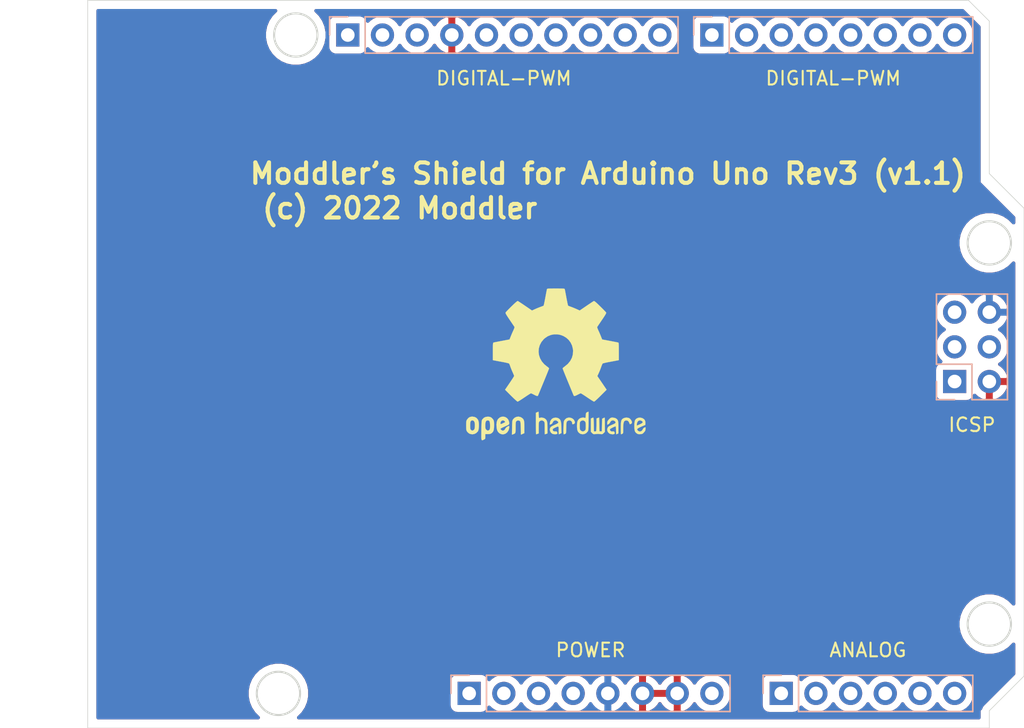
<source format=kicad_pcb>
(kicad_pcb (version 20171130) (host pcbnew "(5.1.12-1-10_14)")

  (general
    (thickness 1.6)
    (drawings 25)
    (tracks 0)
    (zones 0)
    (modules 6)
    (nets 34)
  )

  (page A4)
  (layers
    (0 F.Cu signal hide)
    (31 B.Cu signal hide)
    (32 B.Adhes user)
    (33 F.Adhes user)
    (34 B.Paste user)
    (35 F.Paste user)
    (36 B.SilkS user)
    (37 F.SilkS user)
    (38 B.Mask user)
    (39 F.Mask user)
    (40 Dwgs.User user)
    (41 Cmts.User user)
    (42 Eco1.User user)
    (43 Eco2.User user)
    (44 Edge.Cuts user)
    (45 Margin user)
    (46 B.CrtYd user)
    (47 F.CrtYd user)
    (48 B.Fab user)
    (49 F.Fab user)
  )

  (setup
    (last_trace_width 0.25)
    (trace_clearance 0.2)
    (zone_clearance 0.508)
    (zone_45_only no)
    (trace_min 0.2)
    (via_size 0.8)
    (via_drill 0.4)
    (via_min_size 0.4)
    (via_min_drill 0.3)
    (uvia_size 0.3)
    (uvia_drill 0.1)
    (uvias_allowed no)
    (uvia_min_size 0.2)
    (uvia_min_drill 0.1)
    (edge_width 0.05)
    (segment_width 0.2)
    (pcb_text_width 0.3)
    (pcb_text_size 1.5 1.5)
    (mod_edge_width 0.12)
    (mod_text_size 1 1)
    (mod_text_width 0.15)
    (pad_size 1.524 1.524)
    (pad_drill 0.762)
    (pad_to_mask_clearance 0)
    (aux_axis_origin 0 0)
    (visible_elements FFFFF77F)
    (pcbplotparams
      (layerselection 0x010fc_ffffffff)
      (usegerberextensions false)
      (usegerberattributes true)
      (usegerberadvancedattributes true)
      (creategerberjobfile true)
      (excludeedgelayer true)
      (linewidth 0.100000)
      (plotframeref false)
      (viasonmask false)
      (mode 1)
      (useauxorigin false)
      (hpglpennumber 1)
      (hpglpenspeed 20)
      (hpglpendiameter 15.000000)
      (psnegative false)
      (psa4output false)
      (plotreference true)
      (plotvalue true)
      (plotinvisibletext false)
      (padsonsilk false)
      (subtractmaskfromsilk false)
      (outputformat 1)
      (mirror false)
      (drillshape 1)
      (scaleselection 1)
      (outputdirectory ""))
  )

  (net 0 "")
  (net 1 "Net-(J1-Pad1)")
  (net 2 /IOREF)
  (net 3 /RESET)
  (net 4 +3V3)
  (net 5 +5V)
  (net 6 GND)
  (net 7 /VIN)
  (net 8 /A5)
  (net 9 /A4)
  (net 10 /A3)
  (net 11 /A2)
  (net 12 /A1)
  (net 13 /A0)
  (net 14 /SCK)
  (net 15 /CIPO)
  (net 16 /COPI)
  (net 17 /SDA)
  (net 18 /SCL)
  (net 19 /D7)
  (net 20 /D6)
  (net 21 /D5)
  (net 22 /D4)
  (net 23 /D3)
  (net 24 /D2)
  (net 25 /TX0)
  (net 26 /RX0)
  (net 27 /AREF)
  (net 28 /D13)
  (net 29 /D12)
  (net 30 /D11)
  (net 31 /D10)
  (net 32 /D9)
  (net 33 /D8)

  (net_class Default "This is the default net class."
    (clearance 0.2)
    (trace_width 0.25)
    (via_dia 0.8)
    (via_drill 0.4)
    (uvia_dia 0.3)
    (uvia_drill 0.1)
    (add_net +3V3)
    (add_net +5V)
    (add_net /A0)
    (add_net /A1)
    (add_net /A2)
    (add_net /A3)
    (add_net /A4)
    (add_net /A5)
    (add_net /AREF)
    (add_net /CIPO)
    (add_net /COPI)
    (add_net /D10)
    (add_net /D11)
    (add_net /D12)
    (add_net /D13)
    (add_net /D2)
    (add_net /D3)
    (add_net /D4)
    (add_net /D5)
    (add_net /D6)
    (add_net /D7)
    (add_net /D8)
    (add_net /D9)
    (add_net /IOREF)
    (add_net /RESET)
    (add_net /RX0)
    (add_net /SCK)
    (add_net /SCL)
    (add_net /SDA)
    (add_net /TX0)
    (add_net /VIN)
    (add_net GND)
    (add_net "Net-(J1-Pad1)")
  )

  (module Symbol:OSHW-Logo2_14.6x12mm_SilkScreen locked (layer F.Cu) (tedit 0) (tstamp 61DB6D26)
    (at 135.89 102.87)
    (descr "Open Source Hardware Symbol")
    (tags "Logo Symbol OSHW")
    (attr virtual)
    (fp_text reference REF** (at 0 0) (layer F.SilkS) hide
      (effects (font (size 1 1) (thickness 0.15)))
    )
    (fp_text value OSHW-Logo2_14.6x12mm_SilkScreen (at 0.75 0) (layer F.Fab) hide
      (effects (font (size 1 1) (thickness 0.15)))
    )
    (fp_poly (pts (xy -4.8281 3.861903) (xy -4.71655 3.917522) (xy -4.618092 4.019931) (xy -4.590977 4.057864)
      (xy -4.561438 4.1075) (xy -4.542272 4.161412) (xy -4.531307 4.233364) (xy -4.526371 4.337122)
      (xy -4.525287 4.474101) (xy -4.530182 4.661815) (xy -4.547196 4.802758) (xy -4.579823 4.907908)
      (xy -4.631558 4.988243) (xy -4.705896 5.054741) (xy -4.711358 5.058678) (xy -4.78462 5.098953)
      (xy -4.87284 5.11888) (xy -4.985038 5.123793) (xy -5.167433 5.123793) (xy -5.167509 5.300857)
      (xy -5.169207 5.39947) (xy -5.17955 5.457314) (xy -5.206578 5.492006) (xy -5.258332 5.521164)
      (xy -5.270761 5.527121) (xy -5.328923 5.555039) (xy -5.373956 5.572672) (xy -5.407441 5.574194)
      (xy -5.430962 5.553781) (xy -5.4461 5.505607) (xy -5.454437 5.423846) (xy -5.457556 5.302672)
      (xy -5.45704 5.13626) (xy -5.454471 4.918785) (xy -5.453668 4.853736) (xy -5.450778 4.629502)
      (xy -5.448188 4.482821) (xy -5.167586 4.482821) (xy -5.166009 4.607326) (xy -5.159 4.688787)
      (xy -5.143142 4.742515) (xy -5.115019 4.783823) (xy -5.095925 4.803971) (xy -5.017865 4.862921)
      (xy -4.948753 4.86772) (xy -4.87744 4.819038) (xy -4.875632 4.817241) (xy -4.846617 4.779618)
      (xy -4.828967 4.728484) (xy -4.820064 4.649738) (xy -4.817291 4.529276) (xy -4.817241 4.502588)
      (xy -4.823942 4.336583) (xy -4.845752 4.221505) (xy -4.885235 4.151254) (xy -4.944956 4.119729)
      (xy -4.979472 4.116552) (xy -5.061389 4.13146) (xy -5.117579 4.180548) (xy -5.151402 4.270362)
      (xy -5.16622 4.407445) (xy -5.167586 4.482821) (xy -5.448188 4.482821) (xy -5.447713 4.455952)
      (xy -5.443753 4.325382) (xy -5.438174 4.230087) (xy -5.430254 4.162364) (xy -5.419269 4.114507)
      (xy -5.404499 4.078813) (xy -5.385218 4.047578) (xy -5.376951 4.035824) (xy -5.267288 3.924797)
      (xy -5.128635 3.861847) (xy -4.968246 3.844297) (xy -4.8281 3.861903)) (layer F.SilkS) (width 0.01))
    (fp_poly (pts (xy -2.582571 3.877719) (xy -2.488877 3.931914) (xy -2.423736 3.985707) (xy -2.376093 4.042066)
      (xy -2.343272 4.110987) (xy -2.322594 4.202468) (xy -2.31138 4.326506) (xy -2.306951 4.493098)
      (xy -2.306437 4.612851) (xy -2.306437 5.053659) (xy -2.430517 5.109283) (xy -2.554598 5.164907)
      (xy -2.569195 4.682095) (xy -2.575227 4.501779) (xy -2.581555 4.370901) (xy -2.589394 4.280511)
      (xy -2.599963 4.221664) (xy -2.614477 4.185413) (xy -2.634152 4.16281) (xy -2.640465 4.157917)
      (xy -2.736112 4.119706) (xy -2.832793 4.134827) (xy -2.890345 4.174943) (xy -2.913755 4.20337)
      (xy -2.929961 4.240672) (xy -2.940259 4.297223) (xy -2.945951 4.383394) (xy -2.948336 4.509558)
      (xy -2.948736 4.641042) (xy -2.948814 4.805999) (xy -2.951639 4.922761) (xy -2.961093 5.00151)
      (xy -2.98106 5.052431) (xy -3.015424 5.085706) (xy -3.068068 5.11152) (xy -3.138383 5.138344)
      (xy -3.21518 5.167542) (xy -3.206038 4.649346) (xy -3.202357 4.462539) (xy -3.19805 4.32449)
      (xy -3.191877 4.225568) (xy -3.182598 4.156145) (xy -3.168973 4.10659) (xy -3.149761 4.067273)
      (xy -3.126598 4.032584) (xy -3.014848 3.92177) (xy -2.878487 3.857689) (xy -2.730175 3.842339)
      (xy -2.582571 3.877719)) (layer F.SilkS) (width 0.01))
    (fp_poly (pts (xy -5.951779 3.866015) (xy -5.814939 3.937968) (xy -5.713949 4.053766) (xy -5.678075 4.128213)
      (xy -5.650161 4.239992) (xy -5.635871 4.381227) (xy -5.634516 4.535371) (xy -5.645405 4.685879)
      (xy -5.667847 4.816205) (xy -5.70115 4.909803) (xy -5.711385 4.925922) (xy -5.832618 5.046249)
      (xy -5.976613 5.118317) (xy -6.132861 5.139408) (xy -6.290852 5.106802) (xy -6.33482 5.087253)
      (xy -6.420444 5.027012) (xy -6.495592 4.947135) (xy -6.502694 4.937004) (xy -6.531561 4.888181)
      (xy -6.550643 4.83599) (xy -6.561916 4.767285) (xy -6.567355 4.668918) (xy -6.568938 4.527744)
      (xy -6.568965 4.496092) (xy -6.568893 4.486019) (xy -6.277011 4.486019) (xy -6.275313 4.619256)
      (xy -6.268628 4.707674) (xy -6.254575 4.764785) (xy -6.230771 4.804102) (xy -6.218621 4.817241)
      (xy -6.148764 4.867172) (xy -6.080941 4.864895) (xy -6.012365 4.821584) (xy -5.971465 4.775346)
      (xy -5.947242 4.707857) (xy -5.933639 4.601433) (xy -5.932706 4.58902) (xy -5.930384 4.396147)
      (xy -5.95465 4.2529) (xy -6.005176 4.16016) (xy -6.081632 4.118807) (xy -6.108924 4.116552)
      (xy -6.180589 4.127893) (xy -6.22961 4.167184) (xy -6.259582 4.242326) (xy -6.274101 4.361222)
      (xy -6.277011 4.486019) (xy -6.568893 4.486019) (xy -6.567878 4.345659) (xy -6.563312 4.240549)
      (xy -6.553312 4.167714) (xy -6.535921 4.114108) (xy -6.509184 4.066681) (xy -6.503276 4.057864)
      (xy -6.403968 3.939007) (xy -6.295758 3.870008) (xy -6.164019 3.842619) (xy -6.119283 3.841281)
      (xy -5.951779 3.866015)) (layer F.SilkS) (width 0.01))
    (fp_poly (pts (xy -3.684448 3.884676) (xy -3.569342 3.962111) (xy -3.480389 4.073949) (xy -3.427251 4.216265)
      (xy -3.416503 4.321015) (xy -3.417724 4.364726) (xy -3.427944 4.398194) (xy -3.456039 4.428179)
      (xy -3.510884 4.46144) (xy -3.601355 4.504738) (xy -3.736328 4.564833) (xy -3.737011 4.565134)
      (xy -3.861249 4.622037) (xy -3.963127 4.672565) (xy -4.032233 4.71128) (xy -4.058154 4.73274)
      (xy -4.058161 4.732913) (xy -4.035315 4.779644) (xy -3.981891 4.831154) (xy -3.920558 4.868261)
      (xy -3.889485 4.875632) (xy -3.804711 4.850138) (xy -3.731707 4.786291) (xy -3.696087 4.716094)
      (xy -3.66182 4.664343) (xy -3.594697 4.605409) (xy -3.515792 4.554496) (xy -3.446179 4.526809)
      (xy -3.431623 4.525287) (xy -3.415237 4.550321) (xy -3.41425 4.614311) (xy -3.426292 4.700593)
      (xy -3.448993 4.792501) (xy -3.479986 4.873369) (xy -3.481552 4.876509) (xy -3.574819 5.006734)
      (xy -3.695696 5.095311) (xy -3.832973 5.138786) (xy -3.97544 5.133706) (xy -4.111888 5.076616)
      (xy -4.117955 5.072602) (xy -4.22529 4.975326) (xy -4.295868 4.848409) (xy -4.334926 4.681526)
      (xy -4.340168 4.634639) (xy -4.349452 4.413329) (xy -4.338322 4.310124) (xy -4.058161 4.310124)
      (xy -4.054521 4.374503) (xy -4.034611 4.393291) (xy -3.984974 4.379235) (xy -3.906733 4.346009)
      (xy -3.819274 4.304359) (xy -3.817101 4.303256) (xy -3.74297 4.264265) (xy -3.713219 4.238244)
      (xy -3.720555 4.210965) (xy -3.751447 4.175121) (xy -3.83004 4.123251) (xy -3.914677 4.119439)
      (xy -3.990597 4.157189) (xy -4.043035 4.230001) (xy -4.058161 4.310124) (xy -4.338322 4.310124)
      (xy -4.330356 4.236261) (xy -4.281366 4.095829) (xy -4.213164 3.997447) (xy -4.090065 3.89803)
      (xy -3.954472 3.848711) (xy -3.816045 3.845568) (xy -3.684448 3.884676)) (layer F.SilkS) (width 0.01))
    (fp_poly (pts (xy -1.255402 3.723857) (xy -1.246846 3.843188) (xy -1.237019 3.913506) (xy -1.223401 3.944179)
      (xy -1.203473 3.944571) (xy -1.197011 3.94091) (xy -1.11106 3.914398) (xy -0.999255 3.915946)
      (xy -0.885586 3.943199) (xy -0.81449 3.978455) (xy -0.741595 4.034778) (xy -0.688307 4.098519)
      (xy -0.651725 4.17951) (xy -0.62895 4.287586) (xy -0.617081 4.43258) (xy -0.613218 4.624326)
      (xy -0.613149 4.661109) (xy -0.613103 5.074288) (xy -0.705046 5.106339) (xy -0.770348 5.128144)
      (xy -0.806176 5.138297) (xy -0.80723 5.138391) (xy -0.810758 5.11086) (xy -0.813761 5.034923)
      (xy -0.81601 4.920565) (xy -0.817276 4.777769) (xy -0.817471 4.690951) (xy -0.817877 4.519773)
      (xy -0.819968 4.397088) (xy -0.825053 4.313) (xy -0.83444 4.257614) (xy -0.849439 4.221032)
      (xy -0.871358 4.193359) (xy -0.885043 4.180032) (xy -0.979051 4.126328) (xy -1.081636 4.122307)
      (xy -1.17471 4.167725) (xy -1.191922 4.184123) (xy -1.217168 4.214957) (xy -1.23468 4.251531)
      (xy -1.245858 4.304415) (xy -1.252104 4.384177) (xy -1.254818 4.501385) (xy -1.255402 4.662991)
      (xy -1.255402 5.074288) (xy -1.347345 5.106339) (xy -1.412647 5.128144) (xy -1.448475 5.138297)
      (xy -1.449529 5.138391) (xy -1.452225 5.110448) (xy -1.454655 5.03163) (xy -1.456722 4.909453)
      (xy -1.458329 4.751432) (xy -1.459377 4.565083) (xy -1.459769 4.35792) (xy -1.45977 4.348706)
      (xy -1.45977 3.55902) (xy -1.364885 3.518997) (xy -1.27 3.478973) (xy -1.255402 3.723857)) (layer F.SilkS) (width 0.01))
    (fp_poly (pts (xy 0.079944 3.92436) (xy 0.194343 3.966842) (xy 0.195652 3.967658) (xy 0.266403 4.01973)
      (xy 0.318636 4.080584) (xy 0.355371 4.159887) (xy 0.379634 4.267309) (xy 0.394445 4.412517)
      (xy 0.402829 4.605179) (xy 0.403564 4.632628) (xy 0.41412 5.046521) (xy 0.325291 5.092456)
      (xy 0.261018 5.123498) (xy 0.22221 5.138206) (xy 0.220415 5.138391) (xy 0.2137 5.11125)
      (xy 0.208365 5.038041) (xy 0.205083 4.931081) (xy 0.204368 4.844469) (xy 0.204351 4.704162)
      (xy 0.197937 4.616051) (xy 0.17558 4.574025) (xy 0.127732 4.571975) (xy 0.044849 4.60379)
      (xy -0.080287 4.662272) (xy -0.172303 4.710845) (xy -0.219629 4.752986) (xy -0.233542 4.798916)
      (xy -0.233563 4.801189) (xy -0.210605 4.880311) (xy -0.14263 4.923055) (xy -0.038602 4.929246)
      (xy 0.03633 4.928172) (xy 0.075839 4.949753) (xy 0.100478 5.001591) (xy 0.114659 5.067632)
      (xy 0.094223 5.105104) (xy 0.086528 5.110467) (xy 0.014083 5.132006) (xy -0.087367 5.135055)
      (xy -0.191843 5.120778) (xy -0.265875 5.094688) (xy -0.368228 5.007785) (xy -0.426409 4.886816)
      (xy -0.437931 4.792308) (xy -0.429138 4.707062) (xy -0.39732 4.637476) (xy -0.334316 4.575672)
      (xy -0.231969 4.513772) (xy -0.082118 4.443897) (xy -0.072988 4.439948) (xy 0.061997 4.377588)
      (xy 0.145294 4.326446) (xy 0.180997 4.280488) (xy 0.173203 4.233683) (xy 0.126007 4.179998)
      (xy 0.111894 4.167644) (xy 0.017359 4.119741) (xy -0.080594 4.121758) (xy -0.165903 4.168724)
      (xy -0.222504 4.255669) (xy -0.227763 4.272734) (xy -0.278977 4.355504) (xy -0.343963 4.395372)
      (xy -0.437931 4.434882) (xy -0.437931 4.332658) (xy -0.409347 4.184072) (xy -0.324505 4.047784)
      (xy -0.280355 4.002191) (xy -0.179995 3.943674) (xy -0.052365 3.917184) (xy 0.079944 3.92436)) (layer F.SilkS) (width 0.01))
    (fp_poly (pts (xy 1.065943 3.92192) (xy 1.198565 3.970859) (xy 1.30601 4.057419) (xy 1.348032 4.118352)
      (xy 1.393843 4.230161) (xy 1.392891 4.311006) (xy 1.344808 4.365378) (xy 1.327017 4.374624)
      (xy 1.250204 4.40345) (xy 1.210976 4.396065) (xy 1.197689 4.347658) (xy 1.197012 4.32092)
      (xy 1.172686 4.222548) (xy 1.109281 4.153734) (xy 1.021154 4.120498) (xy 0.922663 4.128861)
      (xy 0.842602 4.172296) (xy 0.815561 4.197072) (xy 0.796394 4.227129) (xy 0.783446 4.272565)
      (xy 0.775064 4.343476) (xy 0.769593 4.44996) (xy 0.765378 4.602112) (xy 0.764287 4.650287)
      (xy 0.760307 4.815095) (xy 0.755781 4.931088) (xy 0.748995 5.007833) (xy 0.738231 5.054893)
      (xy 0.721773 5.081835) (xy 0.697906 5.098223) (xy 0.682626 5.105463) (xy 0.617733 5.13022)
      (xy 0.579534 5.138391) (xy 0.566912 5.111103) (xy 0.559208 5.028603) (xy 0.55638 4.889941)
      (xy 0.558386 4.694162) (xy 0.559011 4.663965) (xy 0.563421 4.485349) (xy 0.568635 4.354923)
      (xy 0.576055 4.262492) (xy 0.587082 4.197858) (xy 0.603117 4.150825) (xy 0.625561 4.111196)
      (xy 0.637302 4.094215) (xy 0.704619 4.01908) (xy 0.77991 3.960638) (xy 0.789128 3.955536)
      (xy 0.924133 3.91526) (xy 1.065943 3.92192)) (layer F.SilkS) (width 0.01))
    (fp_poly (pts (xy 2.393914 4.154455) (xy 2.393543 4.372661) (xy 2.392108 4.540519) (xy 2.389002 4.66607)
      (xy 2.383622 4.757355) (xy 2.375362 4.822415) (xy 2.363616 4.869291) (xy 2.347781 4.906024)
      (xy 2.33579 4.926991) (xy 2.23649 5.040694) (xy 2.110588 5.111965) (xy 1.971291 5.137538)
      (xy 1.831805 5.11415) (xy 1.748743 5.072119) (xy 1.661545 4.999411) (xy 1.602117 4.910612)
      (xy 1.566261 4.79432) (xy 1.549781 4.639135) (xy 1.547447 4.525287) (xy 1.547761 4.517106)
      (xy 1.751724 4.517106) (xy 1.75297 4.647657) (xy 1.758678 4.73408) (xy 1.771804 4.790618)
      (xy 1.795306 4.831514) (xy 1.823386 4.862362) (xy 1.917688 4.921905) (xy 2.01894 4.926992)
      (xy 2.114636 4.877279) (xy 2.122084 4.870543) (xy 2.153874 4.835502) (xy 2.173808 4.793811)
      (xy 2.1846 4.731762) (xy 2.188965 4.635644) (xy 2.189655 4.529379) (xy 2.188159 4.39588)
      (xy 2.181964 4.306822) (xy 2.168514 4.248293) (xy 2.145251 4.206382) (xy 2.126175 4.184123)
      (xy 2.037563 4.127985) (xy 1.935508 4.121235) (xy 1.838095 4.164114) (xy 1.819296 4.180032)
      (xy 1.787293 4.215382) (xy 1.767318 4.257502) (xy 1.756593 4.320251) (xy 1.752339 4.417487)
      (xy 1.751724 4.517106) (xy 1.547761 4.517106) (xy 1.554504 4.341947) (xy 1.578472 4.204195)
      (xy 1.623548 4.100632) (xy 1.693928 4.019856) (xy 1.748743 3.978455) (xy 1.848376 3.933728)
      (xy 1.963855 3.912967) (xy 2.071199 3.918525) (xy 2.131264 3.940943) (xy 2.154835 3.947323)
      (xy 2.170477 3.923535) (xy 2.181395 3.859788) (xy 2.189655 3.762687) (xy 2.198699 3.654541)
      (xy 2.211261 3.589475) (xy 2.234119 3.552268) (xy 2.274051 3.527699) (xy 2.299138 3.516819)
      (xy 2.394023 3.477072) (xy 2.393914 4.154455)) (layer F.SilkS) (width 0.01))
    (fp_poly (pts (xy 3.580124 3.93984) (xy 3.584579 4.016653) (xy 3.588071 4.133391) (xy 3.590315 4.280821)
      (xy 3.591035 4.435455) (xy 3.591035 4.958727) (xy 3.498645 5.051117) (xy 3.434978 5.108047)
      (xy 3.379089 5.131107) (xy 3.302702 5.129647) (xy 3.27238 5.125934) (xy 3.17761 5.115126)
      (xy 3.099222 5.108933) (xy 3.080115 5.108361) (xy 3.015699 5.112102) (xy 2.923571 5.121494)
      (xy 2.88785 5.125934) (xy 2.800114 5.132801) (xy 2.741153 5.117885) (xy 2.68269 5.071835)
      (xy 2.661585 5.051117) (xy 2.569195 4.958727) (xy 2.569195 3.979947) (xy 2.643558 3.946066)
      (xy 2.70759 3.92097) (xy 2.745052 3.912184) (xy 2.754657 3.93995) (xy 2.763635 4.01753)
      (xy 2.771386 4.136348) (xy 2.777314 4.287828) (xy 2.780173 4.415805) (xy 2.788161 4.919425)
      (xy 2.857848 4.929278) (xy 2.921229 4.922389) (xy 2.952286 4.900083) (xy 2.960967 4.858379)
      (xy 2.968378 4.769544) (xy 2.973931 4.644834) (xy 2.977036 4.495507) (xy 2.977484 4.418661)
      (xy 2.977931 3.976287) (xy 3.069874 3.944235) (xy 3.134949 3.922443) (xy 3.170347 3.912281)
      (xy 3.171368 3.912184) (xy 3.17492 3.939809) (xy 3.178823 4.016411) (xy 3.182751 4.132579)
      (xy 3.186376 4.278904) (xy 3.188908 4.415805) (xy 3.196897 4.919425) (xy 3.372069 4.919425)
      (xy 3.380107 4.459965) (xy 3.388146 4.000505) (xy 3.473543 3.956344) (xy 3.536593 3.926019)
      (xy 3.57391 3.912258) (xy 3.574987 3.912184) (xy 3.580124 3.93984)) (layer F.SilkS) (width 0.01))
    (fp_poly (pts (xy 4.314406 3.935156) (xy 4.398469 3.973393) (xy 4.46445 4.019726) (xy 4.512794 4.071532)
      (xy 4.546172 4.138363) (xy 4.567253 4.229769) (xy 4.578707 4.355301) (xy 4.583203 4.524508)
      (xy 4.583678 4.635933) (xy 4.583678 5.070627) (xy 4.509316 5.104509) (xy 4.450746 5.129272)
      (xy 4.42173 5.138391) (xy 4.416179 5.111257) (xy 4.411775 5.038094) (xy 4.409078 4.931263)
      (xy 4.408506 4.846437) (xy 4.406046 4.723887) (xy 4.399412 4.626668) (xy 4.389726 4.567134)
      (xy 4.382032 4.554483) (xy 4.330311 4.567402) (xy 4.249117 4.600539) (xy 4.155102 4.645461)
      (xy 4.064917 4.693735) (xy 3.995215 4.736928) (xy 3.962648 4.766608) (xy 3.962519 4.766929)
      (xy 3.96532 4.821857) (xy 3.990439 4.874292) (xy 4.034541 4.916881) (xy 4.098909 4.931126)
      (xy 4.153921 4.929466) (xy 4.231835 4.928245) (xy 4.272732 4.946498) (xy 4.297295 4.994726)
      (xy 4.300392 5.00382) (xy 4.31104 5.072598) (xy 4.282565 5.11436) (xy 4.208344 5.134263)
      (xy 4.128168 5.137944) (xy 3.98389 5.110658) (xy 3.909203 5.07169) (xy 3.816963 4.980148)
      (xy 3.768043 4.867782) (xy 3.763654 4.749051) (xy 3.805001 4.638411) (xy 3.867197 4.56908)
      (xy 3.929294 4.530265) (xy 4.026895 4.481125) (xy 4.140632 4.431292) (xy 4.15959 4.423677)
      (xy 4.284521 4.368545) (xy 4.356539 4.319954) (xy 4.3797 4.271647) (xy 4.358064 4.21737)
      (xy 4.32092 4.174943) (xy 4.233127 4.122702) (xy 4.13653 4.118784) (xy 4.047944 4.159041)
      (xy 3.984186 4.239326) (xy 3.975817 4.26004) (xy 3.927096 4.336225) (xy 3.855965 4.392785)
      (xy 3.766207 4.439201) (xy 3.766207 4.307584) (xy 3.77149 4.227168) (xy 3.794142 4.163786)
      (xy 3.844367 4.096163) (xy 3.892582 4.044076) (xy 3.967554 3.970322) (xy 4.025806 3.930702)
      (xy 4.088372 3.91481) (xy 4.159193 3.912184) (xy 4.314406 3.935156)) (layer F.SilkS) (width 0.01))
    (fp_poly (pts (xy 5.33569 3.940018) (xy 5.370585 3.955269) (xy 5.453877 4.021235) (xy 5.525103 4.116618)
      (xy 5.569153 4.218406) (xy 5.576322 4.268587) (xy 5.552285 4.338647) (xy 5.499561 4.375717)
      (xy 5.443031 4.398164) (xy 5.417146 4.4023) (xy 5.404542 4.372283) (xy 5.379654 4.306961)
      (xy 5.368735 4.277445) (xy 5.307508 4.175348) (xy 5.218861 4.124423) (xy 5.105193 4.125989)
      (xy 5.096774 4.127994) (xy 5.036088 4.156767) (xy 4.991474 4.212859) (xy 4.961002 4.303163)
      (xy 4.942744 4.434571) (xy 4.934771 4.613974) (xy 4.934023 4.709433) (xy 4.933652 4.859913)
      (xy 4.931223 4.962495) (xy 4.92476 5.027672) (xy 4.912288 5.065938) (xy 4.891833 5.087785)
      (xy 4.861419 5.103707) (xy 4.859661 5.104509) (xy 4.801091 5.129272) (xy 4.772075 5.138391)
      (xy 4.767616 5.110822) (xy 4.763799 5.03462) (xy 4.760899 4.919541) (xy 4.759191 4.775341)
      (xy 4.758851 4.669814) (xy 4.760588 4.465613) (xy 4.767382 4.310697) (xy 4.781607 4.196024)
      (xy 4.805638 4.112551) (xy 4.841848 4.051236) (xy 4.892612 4.003034) (xy 4.942739 3.969393)
      (xy 5.063275 3.924619) (xy 5.203557 3.914521) (xy 5.33569 3.940018)) (layer F.SilkS) (width 0.01))
    (fp_poly (pts (xy 6.343439 3.95654) (xy 6.45895 4.032034) (xy 6.514664 4.099617) (xy 6.558804 4.222255)
      (xy 6.562309 4.319298) (xy 6.554368 4.449056) (xy 6.255115 4.580039) (xy 6.109611 4.646958)
      (xy 6.014537 4.70079) (xy 5.965101 4.747416) (xy 5.956511 4.79272) (xy 5.983972 4.842582)
      (xy 6.014253 4.875632) (xy 6.102363 4.928633) (xy 6.198196 4.932347) (xy 6.286212 4.891041)
      (xy 6.350869 4.808983) (xy 6.362433 4.780008) (xy 6.417825 4.689509) (xy 6.481553 4.65094)
      (xy 6.568966 4.617946) (xy 6.568966 4.743034) (xy 6.561238 4.828156) (xy 6.530966 4.899938)
      (xy 6.467518 4.982356) (xy 6.458088 4.993066) (xy 6.387513 5.066391) (xy 6.326847 5.105742)
      (xy 6.25095 5.123845) (xy 6.18803 5.129774) (xy 6.075487 5.131251) (xy 5.99537 5.112535)
      (xy 5.94539 5.084747) (xy 5.866838 5.023641) (xy 5.812463 4.957554) (xy 5.778052 4.874441)
      (xy 5.759388 4.762254) (xy 5.752256 4.608946) (xy 5.751687 4.531136) (xy 5.753622 4.437853)
      (xy 5.929899 4.437853) (xy 5.931944 4.487896) (xy 5.937039 4.496092) (xy 5.970666 4.484958)
      (xy 6.04303 4.455493) (xy 6.139747 4.413601) (xy 6.159973 4.404597) (xy 6.282203 4.342442)
      (xy 6.349547 4.287815) (xy 6.364348 4.236649) (xy 6.328947 4.184876) (xy 6.299711 4.162)
      (xy 6.194216 4.11625) (xy 6.095476 4.123808) (xy 6.012812 4.179651) (xy 5.955548 4.278753)
      (xy 5.937188 4.357414) (xy 5.929899 4.437853) (xy 5.753622 4.437853) (xy 5.755459 4.349351)
      (xy 5.769359 4.214853) (xy 5.796894 4.116916) (xy 5.841572 4.044811) (xy 5.906901 3.987813)
      (xy 5.935383 3.969393) (xy 6.064763 3.921422) (xy 6.206412 3.918403) (xy 6.343439 3.95654)) (layer F.SilkS) (width 0.01))
    (fp_poly (pts (xy 0.209014 -5.547002) (xy 0.367006 -5.546137) (xy 0.481347 -5.543795) (xy 0.559407 -5.539238)
      (xy 0.608554 -5.53173) (xy 0.636159 -5.520534) (xy 0.649592 -5.504912) (xy 0.656221 -5.484127)
      (xy 0.656865 -5.481437) (xy 0.666935 -5.432887) (xy 0.685575 -5.337095) (xy 0.710845 -5.204257)
      (xy 0.740807 -5.044569) (xy 0.773522 -4.868226) (xy 0.774664 -4.862033) (xy 0.807433 -4.689218)
      (xy 0.838093 -4.536531) (xy 0.864664 -4.413129) (xy 0.885167 -4.328169) (xy 0.897626 -4.29081)
      (xy 0.89822 -4.290148) (xy 0.934919 -4.271905) (xy 1.010586 -4.241503) (xy 1.108878 -4.205507)
      (xy 1.109425 -4.205315) (xy 1.233233 -4.158778) (xy 1.379196 -4.099496) (xy 1.516781 -4.039891)
      (xy 1.523293 -4.036944) (xy 1.74739 -3.935235) (xy 2.243619 -4.274103) (xy 2.395846 -4.377408)
      (xy 2.533741 -4.469763) (xy 2.649315 -4.545916) (xy 2.734579 -4.600615) (xy 2.781544 -4.628607)
      (xy 2.786004 -4.630683) (xy 2.820134 -4.62144) (xy 2.883881 -4.576844) (xy 2.979731 -4.494791)
      (xy 3.110169 -4.373179) (xy 3.243328 -4.243795) (xy 3.371694 -4.116298) (xy 3.486581 -3.999954)
      (xy 3.581073 -3.901948) (xy 3.648253 -3.829464) (xy 3.681206 -3.789687) (xy 3.682432 -3.787639)
      (xy 3.686074 -3.760344) (xy 3.67235 -3.715766) (xy 3.637869 -3.647888) (xy 3.579239 -3.550689)
      (xy 3.49307 -3.418149) (xy 3.3782 -3.247524) (xy 3.276254 -3.097345) (xy 3.185123 -2.96265)
      (xy 3.110073 -2.85126) (xy 3.056369 -2.770995) (xy 3.02928 -2.729675) (xy 3.027574 -2.72687)
      (xy 3.030882 -2.687279) (xy 3.055953 -2.610331) (xy 3.097798 -2.510568) (xy 3.112712 -2.478709)
      (xy 3.177786 -2.336774) (xy 3.247212 -2.175727) (xy 3.303609 -2.036379) (xy 3.344247 -1.932956)
      (xy 3.376526 -1.854358) (xy 3.395178 -1.81328) (xy 3.397497 -1.810115) (xy 3.431803 -1.804872)
      (xy 3.512669 -1.790506) (xy 3.629343 -1.769063) (xy 3.771075 -1.742587) (xy 3.92711 -1.713123)
      (xy 4.086698 -1.682717) (xy 4.239085 -1.653412) (xy 4.373521 -1.627255) (xy 4.479252 -1.60629)
      (xy 4.545526 -1.592561) (xy 4.561782 -1.58868) (xy 4.578573 -1.5791) (xy 4.591249 -1.557464)
      (xy 4.600378 -1.516469) (xy 4.606531 -1.448811) (xy 4.61028 -1.347188) (xy 4.612192 -1.204297)
      (xy 4.61284 -1.012835) (xy 4.612874 -0.934355) (xy 4.612874 -0.296094) (xy 4.459598 -0.26584)
      (xy 4.374322 -0.249436) (xy 4.24707 -0.225491) (xy 4.093315 -0.196893) (xy 3.928534 -0.166533)
      (xy 3.882989 -0.158194) (xy 3.730932 -0.12863) (xy 3.598468 -0.099558) (xy 3.496714 -0.073671)
      (xy 3.436788 -0.053663) (xy 3.426805 -0.047699) (xy 3.402293 -0.005466) (xy 3.367148 0.07637)
      (xy 3.328173 0.181683) (xy 3.320442 0.204368) (xy 3.26936 0.345018) (xy 3.205954 0.503714)
      (xy 3.143904 0.646225) (xy 3.143598 0.646886) (xy 3.040267 0.87044) (xy 3.719961 1.870232)
      (xy 3.283621 2.3073) (xy 3.151649 2.437381) (xy 3.031279 2.552048) (xy 2.929273 2.645181)
      (xy 2.852391 2.710658) (xy 2.807393 2.742357) (xy 2.800938 2.744368) (xy 2.76304 2.728529)
      (xy 2.685708 2.684496) (xy 2.577389 2.61749) (xy 2.446532 2.532734) (xy 2.305052 2.437816)
      (xy 2.161461 2.340998) (xy 2.033435 2.256751) (xy 1.929105 2.190258) (xy 1.8566 2.146702)
      (xy 1.824158 2.131264) (xy 1.784576 2.144328) (xy 1.709519 2.17875) (xy 1.614468 2.22738)
      (xy 1.604392 2.232785) (xy 1.476391 2.29698) (xy 1.388618 2.328463) (xy 1.334028 2.328798)
      (xy 1.305575 2.299548) (xy 1.30541 2.299138) (xy 1.291188 2.264498) (xy 1.257269 2.182269)
      (xy 1.206284 2.058814) (xy 1.140862 1.900498) (xy 1.063634 1.713686) (xy 0.977229 1.504742)
      (xy 0.893551 1.302446) (xy 0.801588 1.0792) (xy 0.71715 0.872392) (xy 0.642769 0.688362)
      (xy 0.580974 0.533451) (xy 0.534297 0.413996) (xy 0.505268 0.336339) (xy 0.496322 0.307356)
      (xy 0.518756 0.27411) (xy 0.577439 0.221123) (xy 0.655689 0.162704) (xy 0.878534 -0.022048)
      (xy 1.052718 -0.233818) (xy 1.176154 -0.468144) (xy 1.246754 -0.720566) (xy 1.262431 -0.986623)
      (xy 1.251036 -1.109425) (xy 1.18895 -1.364207) (xy 1.082023 -1.589199) (xy 0.936889 -1.782183)
      (xy 0.760178 -1.940939) (xy 0.558522 -2.06325) (xy 0.338554 -2.146895) (xy 0.106906 -2.189656)
      (xy -0.129791 -2.189313) (xy -0.364905 -2.143648) (xy -0.591804 -2.050441) (xy -0.803856 -1.907473)
      (xy -0.892364 -1.826617) (xy -1.062111 -1.618993) (xy -1.180301 -1.392105) (xy -1.247722 -1.152567)
      (xy -1.26516 -0.906993) (xy -1.233402 -0.661997) (xy -1.153235 -0.424192) (xy -1.025445 -0.200193)
      (xy -0.85082 0.003387) (xy -0.655688 0.162704) (xy -0.574409 0.223602) (xy -0.516991 0.276015)
      (xy -0.496322 0.307406) (xy -0.507144 0.341639) (xy -0.537923 0.423419) (xy -0.586126 0.546407)
      (xy -0.649222 0.704263) (xy -0.724678 0.890649) (xy -0.809962 1.099226) (xy -0.893781 1.302496)
      (xy -0.986255 1.525933) (xy -1.071911 1.732984) (xy -1.148118 1.917286) (xy -1.212247 2.072475)
      (xy -1.261668 2.192188) (xy -1.293752 2.270061) (xy -1.305641 2.299138) (xy -1.333726 2.328677)
      (xy -1.388051 2.328591) (xy -1.475605 2.297326) (xy -1.603381 2.233329) (xy -1.604392 2.232785)
      (xy -1.700598 2.183121) (xy -1.778369 2.146945) (xy -1.822223 2.131408) (xy -1.824158 2.131264)
      (xy -1.857171 2.147024) (xy -1.930054 2.19085) (xy -2.034678 2.257557) (xy -2.16291 2.341964)
      (xy -2.305052 2.437816) (xy -2.449767 2.534867) (xy -2.580196 2.61927) (xy -2.68789 2.685801)
      (xy -2.764402 2.729238) (xy -2.800938 2.744368) (xy -2.834582 2.724482) (xy -2.902224 2.668903)
      (xy -2.997107 2.583754) (xy -3.11247 2.475153) (xy -3.241555 2.349221) (xy -3.283771 2.307149)
      (xy -3.720261 1.869931) (xy -3.388023 1.38234) (xy -3.287054 1.232605) (xy -3.198438 1.09822)
      (xy -3.127146 0.986969) (xy -3.07815 0.906639) (xy -3.056422 0.865014) (xy -3.055785 0.862053)
      (xy -3.06724 0.822818) (xy -3.098051 0.743895) (xy -3.142884 0.638509) (xy -3.174353 0.567954)
      (xy -3.233192 0.432876) (xy -3.288604 0.296409) (xy -3.331564 0.181103) (xy -3.343234 0.145977)
      (xy -3.376389 0.052174) (xy -3.408799 -0.020306) (xy -3.426601 -0.047699) (xy -3.465886 -0.064464)
      (xy -3.551626 -0.08823) (xy -3.672697 -0.116303) (xy -3.817973 -0.145991) (xy -3.882988 -0.158194)
      (xy -4.048087 -0.188532) (xy -4.206448 -0.217907) (xy -4.342596 -0.243431) (xy -4.441057 -0.262215)
      (xy -4.459598 -0.26584) (xy -4.612873 -0.296094) (xy -4.612873 -0.934355) (xy -4.612529 -1.14423)
      (xy -4.611116 -1.30302) (xy -4.608064 -1.418027) (xy -4.602803 -1.496554) (xy -4.594763 -1.545904)
      (xy -4.583373 -1.573381) (xy -4.568063 -1.586287) (xy -4.561782 -1.58868) (xy -4.523896 -1.597167)
      (xy -4.440195 -1.6141) (xy -4.321433 -1.637434) (xy -4.178361 -1.665125) (xy -4.021732 -1.695127)
      (xy -3.862297 -1.725396) (xy -3.710809 -1.753885) (xy -3.578019 -1.778551) (xy -3.474681 -1.797349)
      (xy -3.411545 -1.808233) (xy -3.397497 -1.810115) (xy -3.38477 -1.835296) (xy -3.3566 -1.902378)
      (xy -3.318252 -1.998667) (xy -3.303609 -2.036379) (xy -3.244548 -2.182079) (xy -3.175 -2.343049)
      (xy -3.112712 -2.478709) (xy -3.066879 -2.582439) (xy -3.036387 -2.667674) (xy -3.026208 -2.719874)
      (xy -3.027831 -2.72687) (xy -3.049343 -2.759898) (xy -3.098465 -2.833357) (xy -3.169923 -2.939423)
      (xy -3.258445 -3.070274) (xy -3.358759 -3.218088) (xy -3.378594 -3.247266) (xy -3.494988 -3.420137)
      (xy -3.580548 -3.551774) (xy -3.638684 -3.648239) (xy -3.672808 -3.715592) (xy -3.686331 -3.759894)
      (xy -3.682664 -3.787206) (xy -3.68257 -3.78738) (xy -3.653707 -3.823254) (xy -3.589867 -3.892609)
      (xy -3.497969 -3.988255) (xy -3.384933 -4.103001) (xy -3.257679 -4.229659) (xy -3.243328 -4.243795)
      (xy -3.082957 -4.399097) (xy -2.959195 -4.51313) (xy -2.869555 -4.587998) (xy -2.811552 -4.625804)
      (xy -2.786004 -4.630683) (xy -2.748718 -4.609397) (xy -2.671343 -4.560227) (xy -2.561867 -4.488425)
      (xy -2.42828 -4.399245) (xy -2.27857 -4.297937) (xy -2.243618 -4.274103) (xy -1.74739 -3.935235)
      (xy -1.523293 -4.036944) (xy -1.387011 -4.096217) (xy -1.240724 -4.15583) (xy -1.114965 -4.20336)
      (xy -1.109425 -4.205315) (xy -1.011057 -4.241323) (xy -0.935229 -4.271771) (xy -0.898282 -4.290095)
      (xy -0.89822 -4.290148) (xy -0.886496 -4.323271) (xy -0.866568 -4.404733) (xy -0.840413 -4.525375)
      (xy -0.81001 -4.676041) (xy -0.777337 -4.847572) (xy -0.774664 -4.862033) (xy -0.74189 -5.038765)
      (xy -0.711802 -5.19919) (xy -0.686339 -5.333112) (xy -0.667441 -5.430337) (xy -0.657047 -5.480668)
      (xy -0.656865 -5.481437) (xy -0.650539 -5.502847) (xy -0.638239 -5.519012) (xy -0.612594 -5.530669)
      (xy -0.566235 -5.538555) (xy -0.491792 -5.543407) (xy -0.381895 -5.545961) (xy -0.229175 -5.546955)
      (xy -0.026262 -5.547126) (xy 0 -5.547126) (xy 0.209014 -5.547002)) (layer F.SilkS) (width 0.01))
  )

  (module Connector_PinHeader_2.54mm:PinHeader_1x08_P2.54mm_Vertical locked (layer B.Cu) (tedit 59FED5CC) (tstamp 612DA7D4)
    (at 129.54 127 270)
    (descr "Through hole straight pin header, 1x08, 2.54mm pitch, single row")
    (tags "Through hole pin header THT 1x08 2.54mm single row")
    (path /612D545C)
    (fp_text reference J1 (at -2.54 0) (layer B.SilkS) hide
      (effects (font (size 1 1) (thickness 0.15)) (justify mirror))
    )
    (fp_text value POWER (at -3.175 -8.89) (layer F.SilkS)
      (effects (font (size 1 1) (thickness 0.15)))
    )
    (fp_line (start 1.8 1.8) (end -1.8 1.8) (layer B.CrtYd) (width 0.05))
    (fp_line (start 1.8 -19.55) (end 1.8 1.8) (layer B.CrtYd) (width 0.05))
    (fp_line (start -1.8 -19.55) (end 1.8 -19.55) (layer B.CrtYd) (width 0.05))
    (fp_line (start -1.8 1.8) (end -1.8 -19.55) (layer B.CrtYd) (width 0.05))
    (fp_line (start -1.33 1.33) (end 0 1.33) (layer B.SilkS) (width 0.12))
    (fp_line (start -1.33 0) (end -1.33 1.33) (layer B.SilkS) (width 0.12))
    (fp_line (start -1.33 -1.27) (end 1.33 -1.27) (layer B.SilkS) (width 0.12))
    (fp_line (start 1.33 -1.27) (end 1.33 -19.11) (layer B.SilkS) (width 0.12))
    (fp_line (start -1.33 -1.27) (end -1.33 -19.11) (layer B.SilkS) (width 0.12))
    (fp_line (start -1.33 -19.11) (end 1.33 -19.11) (layer B.SilkS) (width 0.12))
    (fp_line (start -1.27 0.635) (end -0.635 1.27) (layer B.Fab) (width 0.1))
    (fp_line (start -1.27 -19.05) (end -1.27 0.635) (layer B.Fab) (width 0.1))
    (fp_line (start 1.27 -19.05) (end -1.27 -19.05) (layer B.Fab) (width 0.1))
    (fp_line (start 1.27 1.27) (end 1.27 -19.05) (layer B.Fab) (width 0.1))
    (fp_line (start -0.635 1.27) (end 1.27 1.27) (layer B.Fab) (width 0.1))
    (fp_text user %R (at 0 -8.89) (layer B.Fab)
      (effects (font (size 1 1) (thickness 0.15)) (justify mirror))
    )
    (pad 8 thru_hole oval (at 0 -17.78 270) (size 1.7 1.7) (drill 1) (layers *.Cu *.Mask)
      (net 7 /VIN))
    (pad 7 thru_hole oval (at 0 -15.24 270) (size 1.7 1.7) (drill 1) (layers *.Cu *.Mask)
      (net 6 GND))
    (pad 6 thru_hole oval (at 0 -12.7 270) (size 1.7 1.7) (drill 1) (layers *.Cu *.Mask)
      (net 6 GND))
    (pad 5 thru_hole oval (at 0 -10.16 270) (size 1.7 1.7) (drill 1) (layers *.Cu *.Mask)
      (net 5 +5V))
    (pad 4 thru_hole oval (at 0 -7.62 270) (size 1.7 1.7) (drill 1) (layers *.Cu *.Mask)
      (net 4 +3V3))
    (pad 3 thru_hole oval (at 0 -5.08 270) (size 1.7 1.7) (drill 1) (layers *.Cu *.Mask)
      (net 3 /RESET))
    (pad 2 thru_hole oval (at 0 -2.54 270) (size 1.7 1.7) (drill 1) (layers *.Cu *.Mask)
      (net 2 /IOREF))
    (pad 1 thru_hole rect (at 0 0 270) (size 1.7 1.7) (drill 1) (layers *.Cu *.Mask)
      (net 1 "Net-(J1-Pad1)"))
    (model ${KISYS3DMOD}/Connector_PinHeader_2.54mm.3dshapes/PinHeader_1x08_P2.54mm_Vertical.wrl
      (at (xyz 0 0 0))
      (scale (xyz 1 1 1))
      (rotate (xyz 0 0 0))
    )
  )

  (module Connector_PinHeader_2.54mm:PinHeader_1x08_P2.54mm_Vertical locked (layer B.Cu) (tedit 59FED5CC) (tstamp 612DA87E)
    (at 147.32 78.74 270)
    (descr "Through hole straight pin header, 1x08, 2.54mm pitch, single row")
    (tags "Through hole pin header THT 1x08 2.54mm single row")
    (path /612D5F8F)
    (fp_text reference J4 (at 2.54 0 180) (layer B.SilkS) hide
      (effects (font (size 1 1) (thickness 0.15)) (justify mirror))
    )
    (fp_text value DIGITAL-PWM (at 3.175 -8.89) (layer F.SilkS)
      (effects (font (size 1 1) (thickness 0.15)))
    )
    (fp_line (start 1.8 1.8) (end -1.8 1.8) (layer B.CrtYd) (width 0.05))
    (fp_line (start 1.8 -19.55) (end 1.8 1.8) (layer B.CrtYd) (width 0.05))
    (fp_line (start -1.8 -19.55) (end 1.8 -19.55) (layer B.CrtYd) (width 0.05))
    (fp_line (start -1.8 1.8) (end -1.8 -19.55) (layer B.CrtYd) (width 0.05))
    (fp_line (start -1.33 1.33) (end 0 1.33) (layer B.SilkS) (width 0.12))
    (fp_line (start -1.33 0) (end -1.33 1.33) (layer B.SilkS) (width 0.12))
    (fp_line (start -1.33 -1.27) (end 1.33 -1.27) (layer B.SilkS) (width 0.12))
    (fp_line (start 1.33 -1.27) (end 1.33 -19.11) (layer B.SilkS) (width 0.12))
    (fp_line (start -1.33 -1.27) (end -1.33 -19.11) (layer B.SilkS) (width 0.12))
    (fp_line (start -1.33 -19.11) (end 1.33 -19.11) (layer B.SilkS) (width 0.12))
    (fp_line (start -1.27 0.635) (end -0.635 1.27) (layer B.Fab) (width 0.1))
    (fp_line (start -1.27 -19.05) (end -1.27 0.635) (layer B.Fab) (width 0.1))
    (fp_line (start 1.27 -19.05) (end -1.27 -19.05) (layer B.Fab) (width 0.1))
    (fp_line (start 1.27 1.27) (end 1.27 -19.05) (layer B.Fab) (width 0.1))
    (fp_line (start -0.635 1.27) (end 1.27 1.27) (layer B.Fab) (width 0.1))
    (fp_text user %R (at 0 -8.89) (layer B.Fab)
      (effects (font (size 1 1) (thickness 0.15)) (justify mirror))
    )
    (pad 8 thru_hole oval (at 0 -17.78 270) (size 1.7 1.7) (drill 1) (layers *.Cu *.Mask)
      (net 26 /RX0))
    (pad 7 thru_hole oval (at 0 -15.24 270) (size 1.7 1.7) (drill 1) (layers *.Cu *.Mask)
      (net 25 /TX0))
    (pad 6 thru_hole oval (at 0 -12.7 270) (size 1.7 1.7) (drill 1) (layers *.Cu *.Mask)
      (net 24 /D2))
    (pad 5 thru_hole oval (at 0 -10.16 270) (size 1.7 1.7) (drill 1) (layers *.Cu *.Mask)
      (net 23 /D3))
    (pad 4 thru_hole oval (at 0 -7.62 270) (size 1.7 1.7) (drill 1) (layers *.Cu *.Mask)
      (net 22 /D4))
    (pad 3 thru_hole oval (at 0 -5.08 270) (size 1.7 1.7) (drill 1) (layers *.Cu *.Mask)
      (net 21 /D5))
    (pad 2 thru_hole oval (at 0 -2.54 270) (size 1.7 1.7) (drill 1) (layers *.Cu *.Mask)
      (net 20 /D6))
    (pad 1 thru_hole rect (at 0 0 270) (size 1.7 1.7) (drill 1) (layers *.Cu *.Mask)
      (net 19 /D7))
    (model ${KISYS3DMOD}/Connector_PinHeader_2.54mm.3dshapes/PinHeader_1x08_P2.54mm_Vertical.wrl
      (at (xyz 0 0 0))
      (scale (xyz 1 1 1))
      (rotate (xyz 0 0 0))
    )
  )

  (module Connector_PinHeader_2.54mm:PinHeader_1x10_P2.54mm_Vertical locked (layer B.Cu) (tedit 59FED5CC) (tstamp 612DA89C)
    (at 120.65 78.74 270)
    (descr "Through hole straight pin header, 1x10, 2.54mm pitch, single row")
    (tags "Through hole pin header THT 1x10 2.54mm single row")
    (path /612EA70E)
    (fp_text reference J3 (at 2.54 0) (layer B.SilkS) hide
      (effects (font (size 1 1) (thickness 0.15)) (justify mirror))
    )
    (fp_text value DIGITAL-PWM (at 3.175 -11.43) (layer F.SilkS)
      (effects (font (size 1 1) (thickness 0.15)))
    )
    (fp_line (start 1.8 1.8) (end -1.8 1.8) (layer B.CrtYd) (width 0.05))
    (fp_line (start 1.8 -24.65) (end 1.8 1.8) (layer B.CrtYd) (width 0.05))
    (fp_line (start -1.8 -24.65) (end 1.8 -24.65) (layer B.CrtYd) (width 0.05))
    (fp_line (start -1.8 1.8) (end -1.8 -24.65) (layer B.CrtYd) (width 0.05))
    (fp_line (start -1.33 1.33) (end 0 1.33) (layer B.SilkS) (width 0.12))
    (fp_line (start -1.33 0) (end -1.33 1.33) (layer B.SilkS) (width 0.12))
    (fp_line (start -1.33 -1.27) (end 1.33 -1.27) (layer B.SilkS) (width 0.12))
    (fp_line (start 1.33 -1.27) (end 1.33 -24.19) (layer B.SilkS) (width 0.12))
    (fp_line (start -1.33 -1.27) (end -1.33 -24.19) (layer B.SilkS) (width 0.12))
    (fp_line (start -1.33 -24.19) (end 1.33 -24.19) (layer B.SilkS) (width 0.12))
    (fp_line (start -1.27 0.635) (end -0.635 1.27) (layer B.Fab) (width 0.1))
    (fp_line (start -1.27 -24.13) (end -1.27 0.635) (layer B.Fab) (width 0.1))
    (fp_line (start 1.27 -24.13) (end -1.27 -24.13) (layer B.Fab) (width 0.1))
    (fp_line (start 1.27 1.27) (end 1.27 -24.13) (layer B.Fab) (width 0.1))
    (fp_line (start -0.635 1.27) (end 1.27 1.27) (layer B.Fab) (width 0.1))
    (fp_text user %R (at 0 -11.43) (layer B.Fab)
      (effects (font (size 1 1) (thickness 0.15)) (justify mirror))
    )
    (pad 10 thru_hole oval (at 0 -22.86 270) (size 1.7 1.7) (drill 1) (layers *.Cu *.Mask)
      (net 33 /D8))
    (pad 9 thru_hole oval (at 0 -20.32 270) (size 1.7 1.7) (drill 1) (layers *.Cu *.Mask)
      (net 32 /D9))
    (pad 8 thru_hole oval (at 0 -17.78 270) (size 1.7 1.7) (drill 1) (layers *.Cu *.Mask)
      (net 31 /D10))
    (pad 7 thru_hole oval (at 0 -15.24 270) (size 1.7 1.7) (drill 1) (layers *.Cu *.Mask)
      (net 30 /D11))
    (pad 6 thru_hole oval (at 0 -12.7 270) (size 1.7 1.7) (drill 1) (layers *.Cu *.Mask)
      (net 29 /D12))
    (pad 5 thru_hole oval (at 0 -10.16 270) (size 1.7 1.7) (drill 1) (layers *.Cu *.Mask)
      (net 28 /D13))
    (pad 4 thru_hole oval (at 0 -7.62 270) (size 1.7 1.7) (drill 1) (layers *.Cu *.Mask)
      (net 6 GND))
    (pad 3 thru_hole oval (at 0 -5.08 270) (size 1.7 1.7) (drill 1) (layers *.Cu *.Mask)
      (net 27 /AREF))
    (pad 2 thru_hole oval (at 0 -2.54 270) (size 1.7 1.7) (drill 1) (layers *.Cu *.Mask)
      (net 17 /SDA))
    (pad 1 thru_hole rect (at 0 0 270) (size 1.7 1.7) (drill 1) (layers *.Cu *.Mask)
      (net 18 /SCL))
    (model ${KISYS3DMOD}/Connector_PinHeader_2.54mm.3dshapes/PinHeader_1x10_P2.54mm_Vertical.wrl
      (at (xyz 0 0 0))
      (scale (xyz 1 1 1))
      (rotate (xyz 0 0 0))
    )
  )

  (module Connector_PinHeader_2.54mm:PinHeader_2x03_P2.54mm_Vertical locked (layer B.Cu) (tedit 59FED5CC) (tstamp 612DA8B8)
    (at 165.1 104.14)
    (descr "Through hole straight pin header, 2x03, 2.54mm pitch, double rows")
    (tags "Through hole pin header THT 2x03 2.54mm double row")
    (path /6134BBE3)
    (fp_text reference J5 (at -3.175 0) (layer B.SilkS) hide
      (effects (font (size 1 1) (thickness 0.15)) (justify mirror))
    )
    (fp_text value ICSP (at 1.27 3.175) (layer F.SilkS)
      (effects (font (size 1 1) (thickness 0.15)))
    )
    (fp_line (start 4.35 1.8) (end -1.8 1.8) (layer B.CrtYd) (width 0.05))
    (fp_line (start 4.35 -6.85) (end 4.35 1.8) (layer B.CrtYd) (width 0.05))
    (fp_line (start -1.8 -6.85) (end 4.35 -6.85) (layer B.CrtYd) (width 0.05))
    (fp_line (start -1.8 1.8) (end -1.8 -6.85) (layer B.CrtYd) (width 0.05))
    (fp_line (start -1.33 1.33) (end 0 1.33) (layer B.SilkS) (width 0.12))
    (fp_line (start -1.33 0) (end -1.33 1.33) (layer B.SilkS) (width 0.12))
    (fp_line (start 1.27 1.33) (end 3.87 1.33) (layer B.SilkS) (width 0.12))
    (fp_line (start 1.27 -1.27) (end 1.27 1.33) (layer B.SilkS) (width 0.12))
    (fp_line (start -1.33 -1.27) (end 1.27 -1.27) (layer B.SilkS) (width 0.12))
    (fp_line (start 3.87 1.33) (end 3.87 -6.41) (layer B.SilkS) (width 0.12))
    (fp_line (start -1.33 -1.27) (end -1.33 -6.41) (layer B.SilkS) (width 0.12))
    (fp_line (start -1.33 -6.41) (end 3.87 -6.41) (layer B.SilkS) (width 0.12))
    (fp_line (start -1.27 0) (end 0 1.27) (layer B.Fab) (width 0.1))
    (fp_line (start -1.27 -6.35) (end -1.27 0) (layer B.Fab) (width 0.1))
    (fp_line (start 3.81 -6.35) (end -1.27 -6.35) (layer B.Fab) (width 0.1))
    (fp_line (start 3.81 1.27) (end 3.81 -6.35) (layer B.Fab) (width 0.1))
    (fp_line (start 0 1.27) (end 3.81 1.27) (layer B.Fab) (width 0.1))
    (fp_text user %R (at 1.27 -2.54 -90) (layer B.Fab)
      (effects (font (size 1 1) (thickness 0.15)) (justify mirror))
    )
    (pad 6 thru_hole oval (at 2.54 -5.08) (size 1.7 1.7) (drill 1) (layers *.Cu *.Mask)
      (net 5 +5V))
    (pad 5 thru_hole oval (at 0 -5.08) (size 1.7 1.7) (drill 1) (layers *.Cu *.Mask)
      (net 15 /CIPO))
    (pad 4 thru_hole oval (at 2.54 -2.54) (size 1.7 1.7) (drill 1) (layers *.Cu *.Mask)
      (net 16 /COPI))
    (pad 3 thru_hole oval (at 0 -2.54) (size 1.7 1.7) (drill 1) (layers *.Cu *.Mask)
      (net 14 /SCK))
    (pad 2 thru_hole oval (at 2.54 0) (size 1.7 1.7) (drill 1) (layers *.Cu *.Mask)
      (net 6 GND))
    (pad 1 thru_hole rect (at 0 0) (size 1.7 1.7) (drill 1) (layers *.Cu *.Mask)
      (net 3 /RESET))
    (model ${KISYS3DMOD}/Connector_PinHeader_2.54mm.3dshapes/PinHeader_2x03_P2.54mm_Vertical.wrl
      (at (xyz 0 0 0))
      (scale (xyz 1 1 1))
      (rotate (xyz 0 0 0))
    )
  )

  (module Connector_PinHeader_2.54mm:PinHeader_1x06_P2.54mm_Vertical (layer B.Cu) (tedit 59FED5CC) (tstamp 61350202)
    (at 152.4 127 270)
    (descr "Through hole straight pin header, 1x06, 2.54mm pitch, single row")
    (tags "Through hole pin header THT 1x06 2.54mm single row")
    (path /61356E5B)
    (fp_text reference J2 (at 0 2.33 90) (layer B.SilkS) hide
      (effects (font (size 1 1) (thickness 0.15)) (justify mirror))
    )
    (fp_text value ANALOG (at -3.175 -6.35) (layer F.SilkS)
      (effects (font (size 1 1) (thickness 0.15)))
    )
    (fp_line (start 1.8 1.8) (end -1.8 1.8) (layer B.CrtYd) (width 0.05))
    (fp_line (start 1.8 -14.5) (end 1.8 1.8) (layer B.CrtYd) (width 0.05))
    (fp_line (start -1.8 -14.5) (end 1.8 -14.5) (layer B.CrtYd) (width 0.05))
    (fp_line (start -1.8 1.8) (end -1.8 -14.5) (layer B.CrtYd) (width 0.05))
    (fp_line (start -1.33 1.33) (end 0 1.33) (layer B.SilkS) (width 0.12))
    (fp_line (start -1.33 0) (end -1.33 1.33) (layer B.SilkS) (width 0.12))
    (fp_line (start -1.33 -1.27) (end 1.33 -1.27) (layer B.SilkS) (width 0.12))
    (fp_line (start 1.33 -1.27) (end 1.33 -14.03) (layer B.SilkS) (width 0.12))
    (fp_line (start -1.33 -1.27) (end -1.33 -14.03) (layer B.SilkS) (width 0.12))
    (fp_line (start -1.33 -14.03) (end 1.33 -14.03) (layer B.SilkS) (width 0.12))
    (fp_line (start -1.27 0.635) (end -0.635 1.27) (layer B.Fab) (width 0.1))
    (fp_line (start -1.27 -13.97) (end -1.27 0.635) (layer B.Fab) (width 0.1))
    (fp_line (start 1.27 -13.97) (end -1.27 -13.97) (layer B.Fab) (width 0.1))
    (fp_line (start 1.27 1.27) (end 1.27 -13.97) (layer B.Fab) (width 0.1))
    (fp_line (start -0.635 1.27) (end 1.27 1.27) (layer B.Fab) (width 0.1))
    (fp_text user %R (at 0 -6.35 180) (layer B.Fab)
      (effects (font (size 1 1) (thickness 0.15)) (justify mirror))
    )
    (pad 1 thru_hole rect (at 0 0 270) (size 1.7 1.7) (drill 1) (layers *.Cu *.Mask)
      (net 13 /A0))
    (pad 2 thru_hole oval (at 0 -2.54 270) (size 1.7 1.7) (drill 1) (layers *.Cu *.Mask)
      (net 12 /A1))
    (pad 3 thru_hole oval (at 0 -5.08 270) (size 1.7 1.7) (drill 1) (layers *.Cu *.Mask)
      (net 11 /A2))
    (pad 4 thru_hole oval (at 0 -7.62 270) (size 1.7 1.7) (drill 1) (layers *.Cu *.Mask)
      (net 10 /A3))
    (pad 5 thru_hole oval (at 0 -10.16 270) (size 1.7 1.7) (drill 1) (layers *.Cu *.Mask)
      (net 9 /A4))
    (pad 6 thru_hole oval (at 0 -12.7 270) (size 1.7 1.7) (drill 1) (layers *.Cu *.Mask)
      (net 8 /A5))
    (model ${KISYS3DMOD}/Connector_PinHeader_2.54mm.3dshapes/PinHeader_1x06_P2.54mm_Vertical.wrl
      (at (xyz 0 0 0))
      (scale (xyz 1 1 1))
      (rotate (xyz 0 0 0))
    )
  )

  (gr_line (start 167.64 129.54) (end 101.6 129.54) (layer Edge.Cuts) (width 0.05) (tstamp 6135006F))
  (gr_line (start 166.116 76.2) (end 101.6 76.2) (layer Edge.Cuts) (width 0.05) (tstamp 6135005E))
  (gr_line (start 167.64 77.724) (end 167.64 88.9) (layer Edge.Cuts) (width 0.05) (tstamp 6135005D))
  (gr_text Power (at 106.68 121.92) (layer Dwgs.User)
    (effects (font (size 1 1) (thickness 0.15)))
  )
  (gr_text USB (at 104.14 91.44) (layer Dwgs.User)
    (effects (font (size 1 1) (thickness 0.15)))
  )
  (gr_text "(c) 2022 Moddler" (at 124.46 91.44) (layer F.SilkS)
    (effects (font (size 1.5 1.5) (thickness 0.3)))
  )
  (gr_text "Moddler’s Shield for Arduino Uno Rev3 (v1.1)" (at 139.7 88.9) (layer F.SilkS)
    (effects (font (size 1.5 1.5) (thickness 0.3)))
  )
  (gr_circle (center 167.64 121.92) (end 169.2275 121.92) (layer Edge.Cuts) (width 0.15) (tstamp 612D3AD3))
  (gr_circle (center 167.64 93.98) (end 169.2275 93.98) (layer Edge.Cuts) (width 0.15) (tstamp 612D3AD3))
  (gr_circle (center 116.84 78.74) (end 118.4275 78.74) (layer Edge.Cuts) (width 0.15) (tstamp 612D39CE))
  (gr_circle (center 115.57 127) (end 117.1575 127) (layer Edge.Cuts) (width 0.15))
  (gr_line (start 99.695 126.365) (end 99.695 117.475) (layer Dwgs.User) (width 0.15) (tstamp 612D3599))
  (gr_line (start 113.03 126.365) (end 99.695 126.365) (layer Dwgs.User) (width 0.15))
  (gr_line (start 113.03 117.475) (end 113.03 126.365) (layer Dwgs.User) (width 0.15))
  (gr_line (start 99.695 117.475) (end 113.03 117.475) (layer Dwgs.User) (width 0.15))
  (gr_line (start 95.25 97.155) (end 95.25 85.725) (layer Dwgs.User) (width 0.15) (tstamp 612D32D0))
  (gr_line (start 111.125 97.155) (end 95.25 97.155) (layer Dwgs.User) (width 0.15))
  (gr_line (start 111.125 85.725) (end 111.125 97.155) (layer Dwgs.User) (width 0.15))
  (gr_line (start 95.25 85.725) (end 111.125 85.725) (layer Dwgs.User) (width 0.15))
  (gr_line (start 101.6 76.2) (end 101.6 129.54) (layer Edge.Cuts) (width 0.05) (tstamp 612D2D77))
  (gr_line (start 167.64 129.54) (end 167.64 128.27) (layer Edge.Cuts) (width 0.05))
  (gr_line (start 167.64 128.27) (end 170.18 125.73) (layer Edge.Cuts) (width 0.05))
  (gr_line (start 170.18 125.73) (end 170.18 91.44) (layer Edge.Cuts) (width 0.05))
  (gr_line (start 167.64 88.9) (end 170.18 91.44) (layer Edge.Cuts) (width 0.05))
  (gr_line (start 166.116 76.2) (end 167.64 77.724) (layer Edge.Cuts) (width 0.05))

  (zone (net 0) (net_name "") (layers F&B.Cu) (tstamp 0) (hatch edge 0.508)
    (connect_pads (clearance 0.508))
    (min_thickness 0.254)
    (keepout (tracks allowed) (vias not_allowed) (copperpour allowed))
    (fill (arc_segments 32) (thermal_gap 0.508) (thermal_bridge_width 0.508))
    (polygon
      (pts
        (xy 113.03 126.365) (xy 99.695 126.365) (xy 99.695 117.475) (xy 113.03 117.475)
      )
    )
  )
  (zone (net 0) (net_name "") (layers F&B.Cu) (tstamp 0) (hatch edge 0.508)
    (connect_pads (clearance 0.508))
    (min_thickness 0.254)
    (keepout (tracks allowed) (vias not_allowed) (copperpour allowed))
    (fill (arc_segments 32) (thermal_gap 0.508) (thermal_bridge_width 0.508))
    (polygon
      (pts
        (xy 111.125 97.155) (xy 95.25 97.155) (xy 95.25 85.725) (xy 111.125 85.725)
      )
    )
  )
  (zone (net 0) (net_name "") (layers F&B.Cu) (tstamp 0) (hatch edge 0.508)
    (connect_pads (clearance 0.508))
    (min_thickness 0.254)
    (keepout (tracks allowed) (vias not_allowed) (copperpour allowed))
    (fill (arc_segments 32) (thermal_gap 0.508) (thermal_bridge_width 0.508))
    (polygon
      (pts
        (xy 122.555 84.455) (xy 116.205 84.455) (xy 116.205 80.645) (xy 122.555 80.645)
      )
    )
  )
  (zone (net 6) (net_name GND) (layer F.Cu) (tstamp 0) (hatch edge 0.508)
    (connect_pads (clearance 0.508))
    (min_thickness 0.254)
    (fill yes (arc_segments 32) (thermal_gap 0.508) (thermal_bridge_width 0.508))
    (polygon
      (pts
        (xy 167.005 78.105) (xy 167.005 89.535) (xy 169.545 92.075) (xy 169.545 125.73) (xy 167.005 128.27)
        (xy 167.005 128.905) (xy 102.235 128.905) (xy 102.235 76.835) (xy 165.735 76.835)
      )
    )
    (filled_polygon
      (pts
        (xy 115.048548 77.269794) (xy 114.796147 77.647538) (xy 114.622291 78.067265) (xy 114.533659 78.512845) (xy 114.533659 78.967155)
        (xy 114.622291 79.412735) (xy 114.796147 79.832462) (xy 115.048548 80.210206) (xy 115.369794 80.531452) (xy 115.747538 80.783853)
        (xy 116.167265 80.957709) (xy 116.612845 81.046341) (xy 117.067155 81.046341) (xy 117.512735 80.957709) (xy 117.932462 80.783853)
        (xy 118.310206 80.531452) (xy 118.631452 80.210206) (xy 118.883853 79.832462) (xy 119.057709 79.412735) (xy 119.146341 78.967155)
        (xy 119.146341 78.512845) (xy 119.057709 78.067265) (xy 118.984284 77.89) (xy 119.161928 77.89) (xy 119.161928 79.59)
        (xy 119.174188 79.714482) (xy 119.210498 79.83418) (xy 119.269463 79.944494) (xy 119.348815 80.041185) (xy 119.445506 80.120537)
        (xy 119.55582 80.179502) (xy 119.675518 80.215812) (xy 119.8 80.228072) (xy 121.5 80.228072) (xy 121.624482 80.215812)
        (xy 121.74418 80.179502) (xy 121.854494 80.120537) (xy 121.951185 80.041185) (xy 122.030537 79.944494) (xy 122.089502 79.83418)
        (xy 122.111513 79.76162) (xy 122.243368 79.893475) (xy 122.486589 80.05599) (xy 122.756842 80.167932) (xy 123.04374 80.225)
        (xy 123.33626 80.225) (xy 123.623158 80.167932) (xy 123.893411 80.05599) (xy 124.136632 79.893475) (xy 124.343475 79.686632)
        (xy 124.46 79.51224) (xy 124.576525 79.686632) (xy 124.783368 79.893475) (xy 125.026589 80.05599) (xy 125.296842 80.167932)
        (xy 125.58374 80.225) (xy 125.87626 80.225) (xy 126.163158 80.167932) (xy 126.433411 80.05599) (xy 126.676632 79.893475)
        (xy 126.883475 79.686632) (xy 127.005195 79.504466) (xy 127.074822 79.621355) (xy 127.269731 79.837588) (xy 127.50308 80.011641)
        (xy 127.765901 80.136825) (xy 127.91311 80.181476) (xy 128.143 80.060155) (xy 128.143 78.867) (xy 128.123 78.867)
        (xy 128.123 78.613) (xy 128.143 78.613) (xy 128.143 77.419845) (xy 128.397 77.419845) (xy 128.397 78.613)
        (xy 128.417 78.613) (xy 128.417 78.867) (xy 128.397 78.867) (xy 128.397 80.060155) (xy 128.62689 80.181476)
        (xy 128.774099 80.136825) (xy 129.03692 80.011641) (xy 129.270269 79.837588) (xy 129.465178 79.621355) (xy 129.534805 79.504466)
        (xy 129.656525 79.686632) (xy 129.863368 79.893475) (xy 130.106589 80.05599) (xy 130.376842 80.167932) (xy 130.66374 80.225)
        (xy 130.95626 80.225) (xy 131.243158 80.167932) (xy 131.513411 80.05599) (xy 131.756632 79.893475) (xy 131.963475 79.686632)
        (xy 132.08 79.51224) (xy 132.196525 79.686632) (xy 132.403368 79.893475) (xy 132.646589 80.05599) (xy 132.916842 80.167932)
        (xy 133.20374 80.225) (xy 133.49626 80.225) (xy 133.783158 80.167932) (xy 134.053411 80.05599) (xy 134.296632 79.893475)
        (xy 134.503475 79.686632) (xy 134.62 79.51224) (xy 134.736525 79.686632) (xy 134.943368 79.893475) (xy 135.186589 80.05599)
        (xy 135.456842 80.167932) (xy 135.74374 80.225) (xy 136.03626 80.225) (xy 136.323158 80.167932) (xy 136.593411 80.05599)
        (xy 136.836632 79.893475) (xy 137.043475 79.686632) (xy 137.16 79.51224) (xy 137.276525 79.686632) (xy 137.483368 79.893475)
        (xy 137.726589 80.05599) (xy 137.996842 80.167932) (xy 138.28374 80.225) (xy 138.57626 80.225) (xy 138.863158 80.167932)
        (xy 139.133411 80.05599) (xy 139.376632 79.893475) (xy 139.583475 79.686632) (xy 139.7 79.51224) (xy 139.816525 79.686632)
        (xy 140.023368 79.893475) (xy 140.266589 80.05599) (xy 140.536842 80.167932) (xy 140.82374 80.225) (xy 141.11626 80.225)
        (xy 141.403158 80.167932) (xy 141.673411 80.05599) (xy 141.916632 79.893475) (xy 142.123475 79.686632) (xy 142.24 79.51224)
        (xy 142.356525 79.686632) (xy 142.563368 79.893475) (xy 142.806589 80.05599) (xy 143.076842 80.167932) (xy 143.36374 80.225)
        (xy 143.65626 80.225) (xy 143.943158 80.167932) (xy 144.213411 80.05599) (xy 144.456632 79.893475) (xy 144.663475 79.686632)
        (xy 144.82599 79.443411) (xy 144.937932 79.173158) (xy 144.995 78.88626) (xy 144.995 78.59374) (xy 144.937932 78.306842)
        (xy 144.82599 78.036589) (xy 144.728043 77.89) (xy 145.831928 77.89) (xy 145.831928 79.59) (xy 145.844188 79.714482)
        (xy 145.880498 79.83418) (xy 145.939463 79.944494) (xy 146.018815 80.041185) (xy 146.115506 80.120537) (xy 146.22582 80.179502)
        (xy 146.345518 80.215812) (xy 146.47 80.228072) (xy 148.17 80.228072) (xy 148.294482 80.215812) (xy 148.41418 80.179502)
        (xy 148.524494 80.120537) (xy 148.621185 80.041185) (xy 148.700537 79.944494) (xy 148.759502 79.83418) (xy 148.781513 79.76162)
        (xy 148.913368 79.893475) (xy 149.156589 80.05599) (xy 149.426842 80.167932) (xy 149.71374 80.225) (xy 150.00626 80.225)
        (xy 150.293158 80.167932) (xy 150.563411 80.05599) (xy 150.806632 79.893475) (xy 151.013475 79.686632) (xy 151.13 79.51224)
        (xy 151.246525 79.686632) (xy 151.453368 79.893475) (xy 151.696589 80.05599) (xy 151.966842 80.167932) (xy 152.25374 80.225)
        (xy 152.54626 80.225) (xy 152.833158 80.167932) (xy 153.103411 80.05599) (xy 153.346632 79.893475) (xy 153.553475 79.686632)
        (xy 153.67 79.51224) (xy 153.786525 79.686632) (xy 153.993368 79.893475) (xy 154.236589 80.05599) (xy 154.506842 80.167932)
        (xy 154.79374 80.225) (xy 155.08626 80.225) (xy 155.373158 80.167932) (xy 155.643411 80.05599) (xy 155.886632 79.893475)
        (xy 156.093475 79.686632) (xy 156.21 79.51224) (xy 156.326525 79.686632) (xy 156.533368 79.893475) (xy 156.776589 80.05599)
        (xy 157.046842 80.167932) (xy 157.33374 80.225) (xy 157.62626 80.225) (xy 157.913158 80.167932) (xy 158.183411 80.05599)
        (xy 158.426632 79.893475) (xy 158.633475 79.686632) (xy 158.75 79.51224) (xy 158.866525 79.686632) (xy 159.073368 79.893475)
        (xy 159.316589 80.05599) (xy 159.586842 80.167932) (xy 159.87374 80.225) (xy 160.16626 80.225) (xy 160.453158 80.167932)
        (xy 160.723411 80.05599) (xy 160.966632 79.893475) (xy 161.173475 79.686632) (xy 161.29 79.51224) (xy 161.406525 79.686632)
        (xy 161.613368 79.893475) (xy 161.856589 80.05599) (xy 162.126842 80.167932) (xy 162.41374 80.225) (xy 162.70626 80.225)
        (xy 162.993158 80.167932) (xy 163.263411 80.05599) (xy 163.506632 79.893475) (xy 163.713475 79.686632) (xy 163.83 79.51224)
        (xy 163.946525 79.686632) (xy 164.153368 79.893475) (xy 164.396589 80.05599) (xy 164.666842 80.167932) (xy 164.95374 80.225)
        (xy 165.24626 80.225) (xy 165.533158 80.167932) (xy 165.803411 80.05599) (xy 166.046632 79.893475) (xy 166.253475 79.686632)
        (xy 166.41599 79.443411) (xy 166.527932 79.173158) (xy 166.585 78.88626) (xy 166.585 78.59374) (xy 166.527932 78.306842)
        (xy 166.41599 78.036589) (xy 166.253475 77.793368) (xy 166.046632 77.586525) (xy 165.803411 77.42401) (xy 165.533158 77.312068)
        (xy 165.24626 77.255) (xy 164.95374 77.255) (xy 164.666842 77.312068) (xy 164.396589 77.42401) (xy 164.153368 77.586525)
        (xy 163.946525 77.793368) (xy 163.83 77.96776) (xy 163.713475 77.793368) (xy 163.506632 77.586525) (xy 163.263411 77.42401)
        (xy 162.993158 77.312068) (xy 162.70626 77.255) (xy 162.41374 77.255) (xy 162.126842 77.312068) (xy 161.856589 77.42401)
        (xy 161.613368 77.586525) (xy 161.406525 77.793368) (xy 161.29 77.96776) (xy 161.173475 77.793368) (xy 160.966632 77.586525)
        (xy 160.723411 77.42401) (xy 160.453158 77.312068) (xy 160.16626 77.255) (xy 159.87374 77.255) (xy 159.586842 77.312068)
        (xy 159.316589 77.42401) (xy 159.073368 77.586525) (xy 158.866525 77.793368) (xy 158.75 77.96776) (xy 158.633475 77.793368)
        (xy 158.426632 77.586525) (xy 158.183411 77.42401) (xy 157.913158 77.312068) (xy 157.62626 77.255) (xy 157.33374 77.255)
        (xy 157.046842 77.312068) (xy 156.776589 77.42401) (xy 156.533368 77.586525) (xy 156.326525 77.793368) (xy 156.21 77.96776)
        (xy 156.093475 77.793368) (xy 155.886632 77.586525) (xy 155.643411 77.42401) (xy 155.373158 77.312068) (xy 155.08626 77.255)
        (xy 154.79374 77.255) (xy 154.506842 77.312068) (xy 154.236589 77.42401) (xy 153.993368 77.586525) (xy 153.786525 77.793368)
        (xy 153.67 77.96776) (xy 153.553475 77.793368) (xy 153.346632 77.586525) (xy 153.103411 77.42401) (xy 152.833158 77.312068)
        (xy 152.54626 77.255) (xy 152.25374 77.255) (xy 151.966842 77.312068) (xy 151.696589 77.42401) (xy 151.453368 77.586525)
        (xy 151.246525 77.793368) (xy 151.13 77.96776) (xy 151.013475 77.793368) (xy 150.806632 77.586525) (xy 150.563411 77.42401)
        (xy 150.293158 77.312068) (xy 150.00626 77.255) (xy 149.71374 77.255) (xy 149.426842 77.312068) (xy 149.156589 77.42401)
        (xy 148.913368 77.586525) (xy 148.781513 77.71838) (xy 148.759502 77.64582) (xy 148.700537 77.535506) (xy 148.621185 77.438815)
        (xy 148.524494 77.359463) (xy 148.41418 77.300498) (xy 148.294482 77.264188) (xy 148.17 77.251928) (xy 146.47 77.251928)
        (xy 146.345518 77.264188) (xy 146.22582 77.300498) (xy 146.115506 77.359463) (xy 146.018815 77.438815) (xy 145.939463 77.535506)
        (xy 145.880498 77.64582) (xy 145.844188 77.765518) (xy 145.831928 77.89) (xy 144.728043 77.89) (xy 144.663475 77.793368)
        (xy 144.456632 77.586525) (xy 144.213411 77.42401) (xy 143.943158 77.312068) (xy 143.65626 77.255) (xy 143.36374 77.255)
        (xy 143.076842 77.312068) (xy 142.806589 77.42401) (xy 142.563368 77.586525) (xy 142.356525 77.793368) (xy 142.24 77.96776)
        (xy 142.123475 77.793368) (xy 141.916632 77.586525) (xy 141.673411 77.42401) (xy 141.403158 77.312068) (xy 141.11626 77.255)
        (xy 140.82374 77.255) (xy 140.536842 77.312068) (xy 140.266589 77.42401) (xy 140.023368 77.586525) (xy 139.816525 77.793368)
        (xy 139.7 77.96776) (xy 139.583475 77.793368) (xy 139.376632 77.586525) (xy 139.133411 77.42401) (xy 138.863158 77.312068)
        (xy 138.57626 77.255) (xy 138.28374 77.255) (xy 137.996842 77.312068) (xy 137.726589 77.42401) (xy 137.483368 77.586525)
        (xy 137.276525 77.793368) (xy 137.16 77.96776) (xy 137.043475 77.793368) (xy 136.836632 77.586525) (xy 136.593411 77.42401)
        (xy 136.323158 77.312068) (xy 136.03626 77.255) (xy 135.74374 77.255) (xy 135.456842 77.312068) (xy 135.186589 77.42401)
        (xy 134.943368 77.586525) (xy 134.736525 77.793368) (xy 134.62 77.96776) (xy 134.503475 77.793368) (xy 134.296632 77.586525)
        (xy 134.053411 77.42401) (xy 133.783158 77.312068) (xy 133.49626 77.255) (xy 133.20374 77.255) (xy 132.916842 77.312068)
        (xy 132.646589 77.42401) (xy 132.403368 77.586525) (xy 132.196525 77.793368) (xy 132.08 77.96776) (xy 131.963475 77.793368)
        (xy 131.756632 77.586525) (xy 131.513411 77.42401) (xy 131.243158 77.312068) (xy 130.95626 77.255) (xy 130.66374 77.255)
        (xy 130.376842 77.312068) (xy 130.106589 77.42401) (xy 129.863368 77.586525) (xy 129.656525 77.793368) (xy 129.534805 77.975534)
        (xy 129.465178 77.858645) (xy 129.270269 77.642412) (xy 129.03692 77.468359) (xy 128.774099 77.343175) (xy 128.62689 77.298524)
        (xy 128.397 77.419845) (xy 128.143 77.419845) (xy 127.91311 77.298524) (xy 127.765901 77.343175) (xy 127.50308 77.468359)
        (xy 127.269731 77.642412) (xy 127.074822 77.858645) (xy 127.005195 77.975534) (xy 126.883475 77.793368) (xy 126.676632 77.586525)
        (xy 126.433411 77.42401) (xy 126.163158 77.312068) (xy 125.87626 77.255) (xy 125.58374 77.255) (xy 125.296842 77.312068)
        (xy 125.026589 77.42401) (xy 124.783368 77.586525) (xy 124.576525 77.793368) (xy 124.46 77.96776) (xy 124.343475 77.793368)
        (xy 124.136632 77.586525) (xy 123.893411 77.42401) (xy 123.623158 77.312068) (xy 123.33626 77.255) (xy 123.04374 77.255)
        (xy 122.756842 77.312068) (xy 122.486589 77.42401) (xy 122.243368 77.586525) (xy 122.111513 77.71838) (xy 122.089502 77.64582)
        (xy 122.030537 77.535506) (xy 121.951185 77.438815) (xy 121.854494 77.359463) (xy 121.74418 77.300498) (xy 121.624482 77.264188)
        (xy 121.5 77.251928) (xy 119.8 77.251928) (xy 119.675518 77.264188) (xy 119.55582 77.300498) (xy 119.445506 77.359463)
        (xy 119.348815 77.438815) (xy 119.269463 77.535506) (xy 119.210498 77.64582) (xy 119.174188 77.765518) (xy 119.161928 77.89)
        (xy 118.984284 77.89) (xy 118.883853 77.647538) (xy 118.631452 77.269794) (xy 118.323658 76.962) (xy 165.682394 76.962)
        (xy 166.878 78.157606) (xy 166.878 89.535) (xy 166.88044 89.559776) (xy 166.887667 89.583601) (xy 166.899403 89.605557)
        (xy 166.915197 89.624803) (xy 169.418 92.127606) (xy 169.418 92.496342) (xy 169.110206 92.188548) (xy 168.732462 91.936147)
        (xy 168.312735 91.762291) (xy 167.867155 91.673659) (xy 167.412845 91.673659) (xy 166.967265 91.762291) (xy 166.547538 91.936147)
        (xy 166.169794 92.188548) (xy 165.848548 92.509794) (xy 165.596147 92.887538) (xy 165.422291 93.307265) (xy 165.333659 93.752845)
        (xy 165.333659 94.207155) (xy 165.422291 94.652735) (xy 165.596147 95.072462) (xy 165.848548 95.450206) (xy 166.169794 95.771452)
        (xy 166.547538 96.023853) (xy 166.967265 96.197709) (xy 167.412845 96.286341) (xy 167.867155 96.286341) (xy 168.312735 96.197709)
        (xy 168.732462 96.023853) (xy 169.110206 95.771452) (xy 169.418 95.463658) (xy 169.418 120.436342) (xy 169.110206 120.128548)
        (xy 168.732462 119.876147) (xy 168.312735 119.702291) (xy 167.867155 119.613659) (xy 167.412845 119.613659) (xy 166.967265 119.702291)
        (xy 166.547538 119.876147) (xy 166.169794 120.128548) (xy 165.848548 120.449794) (xy 165.596147 120.827538) (xy 165.422291 121.247265)
        (xy 165.333659 121.692845) (xy 165.333659 122.147155) (xy 165.422291 122.592735) (xy 165.596147 123.012462) (xy 165.848548 123.390206)
        (xy 166.169794 123.711452) (xy 166.547538 123.963853) (xy 166.967265 124.137709) (xy 167.412845 124.226341) (xy 167.867155 124.226341)
        (xy 168.312735 124.137709) (xy 168.732462 123.963853) (xy 169.110206 123.711452) (xy 169.418 123.403658) (xy 169.418 125.558619)
        (xy 167.196232 127.780388) (xy 167.171053 127.801052) (xy 167.150389 127.826231) (xy 167.150386 127.826234) (xy 167.088575 127.90155)
        (xy 167.02729 128.016208) (xy 167.004693 128.090701) (xy 166.915197 128.180197) (xy 166.899403 128.199443) (xy 166.887667 128.221399)
        (xy 166.88044 128.245224) (xy 166.878 128.27) (xy 166.878 128.778) (xy 117.053658 128.778) (xy 117.361452 128.470206)
        (xy 117.613853 128.092462) (xy 117.787709 127.672735) (xy 117.876341 127.227155) (xy 117.876341 126.772845) (xy 117.787709 126.327265)
        (xy 117.714284 126.15) (xy 128.051928 126.15) (xy 128.051928 127.85) (xy 128.064188 127.974482) (xy 128.100498 128.09418)
        (xy 128.159463 128.204494) (xy 128.238815 128.301185) (xy 128.335506 128.380537) (xy 128.44582 128.439502) (xy 128.565518 128.475812)
        (xy 128.69 128.488072) (xy 130.39 128.488072) (xy 130.514482 128.475812) (xy 130.63418 128.439502) (xy 130.744494 128.380537)
        (xy 130.841185 128.301185) (xy 130.920537 128.204494) (xy 130.979502 128.09418) (xy 131.001513 128.02162) (xy 131.133368 128.153475)
        (xy 131.376589 128.31599) (xy 131.646842 128.427932) (xy 131.93374 128.485) (xy 132.22626 128.485) (xy 132.513158 128.427932)
        (xy 132.783411 128.31599) (xy 133.026632 128.153475) (xy 133.233475 127.946632) (xy 133.35 127.77224) (xy 133.466525 127.946632)
        (xy 133.673368 128.153475) (xy 133.916589 128.31599) (xy 134.186842 128.427932) (xy 134.47374 128.485) (xy 134.76626 128.485)
        (xy 135.053158 128.427932) (xy 135.323411 128.31599) (xy 135.566632 128.153475) (xy 135.773475 127.946632) (xy 135.89 127.77224)
        (xy 136.006525 127.946632) (xy 136.213368 128.153475) (xy 136.456589 128.31599) (xy 136.726842 128.427932) (xy 137.01374 128.485)
        (xy 137.30626 128.485) (xy 137.593158 128.427932) (xy 137.863411 128.31599) (xy 138.106632 128.153475) (xy 138.313475 127.946632)
        (xy 138.43 127.77224) (xy 138.546525 127.946632) (xy 138.753368 128.153475) (xy 138.996589 128.31599) (xy 139.266842 128.427932)
        (xy 139.55374 128.485) (xy 139.84626 128.485) (xy 140.133158 128.427932) (xy 140.403411 128.31599) (xy 140.646632 128.153475)
        (xy 140.853475 127.946632) (xy 140.975195 127.764466) (xy 141.044822 127.881355) (xy 141.239731 128.097588) (xy 141.47308 128.271641)
        (xy 141.735901 128.396825) (xy 141.88311 128.441476) (xy 142.113 128.320155) (xy 142.113 127.127) (xy 142.367 127.127)
        (xy 142.367 128.320155) (xy 142.59689 128.441476) (xy 142.744099 128.396825) (xy 143.00692 128.271641) (xy 143.240269 128.097588)
        (xy 143.435178 127.881355) (xy 143.51 127.755745) (xy 143.584822 127.881355) (xy 143.779731 128.097588) (xy 144.01308 128.271641)
        (xy 144.275901 128.396825) (xy 144.42311 128.441476) (xy 144.653 128.320155) (xy 144.653 127.127) (xy 142.367 127.127)
        (xy 142.113 127.127) (xy 142.093 127.127) (xy 142.093 126.873) (xy 142.113 126.873) (xy 142.113 125.679845)
        (xy 142.367 125.679845) (xy 142.367 126.873) (xy 144.653 126.873) (xy 144.653 125.679845) (xy 144.907 125.679845)
        (xy 144.907 126.873) (xy 144.927 126.873) (xy 144.927 127.127) (xy 144.907 127.127) (xy 144.907 128.320155)
        (xy 145.13689 128.441476) (xy 145.284099 128.396825) (xy 145.54692 128.271641) (xy 145.780269 128.097588) (xy 145.975178 127.881355)
        (xy 146.044805 127.764466) (xy 146.166525 127.946632) (xy 146.373368 128.153475) (xy 146.616589 128.31599) (xy 146.886842 128.427932)
        (xy 147.17374 128.485) (xy 147.46626 128.485) (xy 147.753158 128.427932) (xy 148.023411 128.31599) (xy 148.266632 128.153475)
        (xy 148.473475 127.946632) (xy 148.63599 127.703411) (xy 148.747932 127.433158) (xy 148.805 127.14626) (xy 148.805 126.85374)
        (xy 148.747932 126.566842) (xy 148.63599 126.296589) (xy 148.538043 126.15) (xy 150.911928 126.15) (xy 150.911928 127.85)
        (xy 150.924188 127.974482) (xy 150.960498 128.09418) (xy 151.019463 128.204494) (xy 151.098815 128.301185) (xy 151.195506 128.380537)
        (xy 151.30582 128.439502) (xy 151.425518 128.475812) (xy 151.55 128.488072) (xy 153.25 128.488072) (xy 153.374482 128.475812)
        (xy 153.49418 128.439502) (xy 153.604494 128.380537) (xy 153.701185 128.301185) (xy 153.780537 128.204494) (xy 153.839502 128.09418)
        (xy 153.861513 128.02162) (xy 153.993368 128.153475) (xy 154.236589 128.31599) (xy 154.506842 128.427932) (xy 154.79374 128.485)
        (xy 155.08626 128.485) (xy 155.373158 128.427932) (xy 155.643411 128.31599) (xy 155.886632 128.153475) (xy 156.093475 127.946632)
        (xy 156.21 127.77224) (xy 156.326525 127.946632) (xy 156.533368 128.153475) (xy 156.776589 128.31599) (xy 157.046842 128.427932)
        (xy 157.33374 128.485) (xy 157.62626 128.485) (xy 157.913158 128.427932) (xy 158.183411 128.31599) (xy 158.426632 128.153475)
        (xy 158.633475 127.946632) (xy 158.75 127.77224) (xy 158.866525 127.946632) (xy 159.073368 128.153475) (xy 159.316589 128.31599)
        (xy 159.586842 128.427932) (xy 159.87374 128.485) (xy 160.16626 128.485) (xy 160.453158 128.427932) (xy 160.723411 128.31599)
        (xy 160.966632 128.153475) (xy 161.173475 127.946632) (xy 161.29 127.77224) (xy 161.406525 127.946632) (xy 161.613368 128.153475)
        (xy 161.856589 128.31599) (xy 162.126842 128.427932) (xy 162.41374 128.485) (xy 162.70626 128.485) (xy 162.993158 128.427932)
        (xy 163.263411 128.31599) (xy 163.506632 128.153475) (xy 163.713475 127.946632) (xy 163.83 127.77224) (xy 163.946525 127.946632)
        (xy 164.153368 128.153475) (xy 164.396589 128.31599) (xy 164.666842 128.427932) (xy 164.95374 128.485) (xy 165.24626 128.485)
        (xy 165.533158 128.427932) (xy 165.803411 128.31599) (xy 166.046632 128.153475) (xy 166.253475 127.946632) (xy 166.41599 127.703411)
        (xy 166.527932 127.433158) (xy 166.585 127.14626) (xy 166.585 126.85374) (xy 166.527932 126.566842) (xy 166.41599 126.296589)
        (xy 166.253475 126.053368) (xy 166.046632 125.846525) (xy 165.803411 125.68401) (xy 165.533158 125.572068) (xy 165.24626 125.515)
        (xy 164.95374 125.515) (xy 164.666842 125.572068) (xy 164.396589 125.68401) (xy 164.153368 125.846525) (xy 163.946525 126.053368)
        (xy 163.83 126.22776) (xy 163.713475 126.053368) (xy 163.506632 125.846525) (xy 163.263411 125.68401) (xy 162.993158 125.572068)
        (xy 162.70626 125.515) (xy 162.41374 125.515) (xy 162.126842 125.572068) (xy 161.856589 125.68401) (xy 161.613368 125.846525)
        (xy 161.406525 126.053368) (xy 161.29 126.22776) (xy 161.173475 126.053368) (xy 160.966632 125.846525) (xy 160.723411 125.68401)
        (xy 160.453158 125.572068) (xy 160.16626 125.515) (xy 159.87374 125.515) (xy 159.586842 125.572068) (xy 159.316589 125.68401)
        (xy 159.073368 125.846525) (xy 158.866525 126.053368) (xy 158.75 126.22776) (xy 158.633475 126.053368) (xy 158.426632 125.846525)
        (xy 158.183411 125.68401) (xy 157.913158 125.572068) (xy 157.62626 125.515) (xy 157.33374 125.515) (xy 157.046842 125.572068)
        (xy 156.776589 125.68401) (xy 156.533368 125.846525) (xy 156.326525 126.053368) (xy 156.21 126.22776) (xy 156.093475 126.053368)
        (xy 155.886632 125.846525) (xy 155.643411 125.68401) (xy 155.373158 125.572068) (xy 155.08626 125.515) (xy 154.79374 125.515)
        (xy 154.506842 125.572068) (xy 154.236589 125.68401) (xy 153.993368 125.846525) (xy 153.861513 125.97838) (xy 153.839502 125.90582)
        (xy 153.780537 125.795506) (xy 153.701185 125.698815) (xy 153.604494 125.619463) (xy 153.49418 125.560498) (xy 153.374482 125.524188)
        (xy 153.25 125.511928) (xy 151.55 125.511928) (xy 151.425518 125.524188) (xy 151.30582 125.560498) (xy 151.195506 125.619463)
        (xy 151.098815 125.698815) (xy 151.019463 125.795506) (xy 150.960498 125.90582) (xy 150.924188 126.025518) (xy 150.911928 126.15)
        (xy 148.538043 126.15) (xy 148.473475 126.053368) (xy 148.266632 125.846525) (xy 148.023411 125.68401) (xy 147.753158 125.572068)
        (xy 147.46626 125.515) (xy 147.17374 125.515) (xy 146.886842 125.572068) (xy 146.616589 125.68401) (xy 146.373368 125.846525)
        (xy 146.166525 126.053368) (xy 146.044805 126.235534) (xy 145.975178 126.118645) (xy 145.780269 125.902412) (xy 145.54692 125.728359)
        (xy 145.284099 125.603175) (xy 145.13689 125.558524) (xy 144.907 125.679845) (xy 144.653 125.679845) (xy 144.42311 125.558524)
        (xy 144.275901 125.603175) (xy 144.01308 125.728359) (xy 143.779731 125.902412) (xy 143.584822 126.118645) (xy 143.51 126.244255)
        (xy 143.435178 126.118645) (xy 143.240269 125.902412) (xy 143.00692 125.728359) (xy 142.744099 125.603175) (xy 142.59689 125.558524)
        (xy 142.367 125.679845) (xy 142.113 125.679845) (xy 141.88311 125.558524) (xy 141.735901 125.603175) (xy 141.47308 125.728359)
        (xy 141.239731 125.902412) (xy 141.044822 126.118645) (xy 140.975195 126.235534) (xy 140.853475 126.053368) (xy 140.646632 125.846525)
        (xy 140.403411 125.68401) (xy 140.133158 125.572068) (xy 139.84626 125.515) (xy 139.55374 125.515) (xy 139.266842 125.572068)
        (xy 138.996589 125.68401) (xy 138.753368 125.846525) (xy 138.546525 126.053368) (xy 138.43 126.22776) (xy 138.313475 126.053368)
        (xy 138.106632 125.846525) (xy 137.863411 125.68401) (xy 137.593158 125.572068) (xy 137.30626 125.515) (xy 137.01374 125.515)
        (xy 136.726842 125.572068) (xy 136.456589 125.68401) (xy 136.213368 125.846525) (xy 136.006525 126.053368) (xy 135.89 126.22776)
        (xy 135.773475 126.053368) (xy 135.566632 125.846525) (xy 135.323411 125.68401) (xy 135.053158 125.572068) (xy 134.76626 125.515)
        (xy 134.47374 125.515) (xy 134.186842 125.572068) (xy 133.916589 125.68401) (xy 133.673368 125.846525) (xy 133.466525 126.053368)
        (xy 133.35 126.22776) (xy 133.233475 126.053368) (xy 133.026632 125.846525) (xy 132.783411 125.68401) (xy 132.513158 125.572068)
        (xy 132.22626 125.515) (xy 131.93374 125.515) (xy 131.646842 125.572068) (xy 131.376589 125.68401) (xy 131.133368 125.846525)
        (xy 131.001513 125.97838) (xy 130.979502 125.90582) (xy 130.920537 125.795506) (xy 130.841185 125.698815) (xy 130.744494 125.619463)
        (xy 130.63418 125.560498) (xy 130.514482 125.524188) (xy 130.39 125.511928) (xy 128.69 125.511928) (xy 128.565518 125.524188)
        (xy 128.44582 125.560498) (xy 128.335506 125.619463) (xy 128.238815 125.698815) (xy 128.159463 125.795506) (xy 128.100498 125.90582)
        (xy 128.064188 126.025518) (xy 128.051928 126.15) (xy 117.714284 126.15) (xy 117.613853 125.907538) (xy 117.361452 125.529794)
        (xy 117.040206 125.208548) (xy 116.662462 124.956147) (xy 116.242735 124.782291) (xy 115.797155 124.693659) (xy 115.342845 124.693659)
        (xy 114.897265 124.782291) (xy 114.477538 124.956147) (xy 114.099794 125.208548) (xy 113.778548 125.529794) (xy 113.526147 125.907538)
        (xy 113.352291 126.327265) (xy 113.263659 126.772845) (xy 113.263659 127.227155) (xy 113.352291 127.672735) (xy 113.526147 128.092462)
        (xy 113.778548 128.470206) (xy 114.086342 128.778) (xy 102.362 128.778) (xy 102.362 103.29) (xy 163.611928 103.29)
        (xy 163.611928 104.99) (xy 163.624188 105.114482) (xy 163.660498 105.23418) (xy 163.719463 105.344494) (xy 163.798815 105.441185)
        (xy 163.895506 105.520537) (xy 164.00582 105.579502) (xy 164.125518 105.615812) (xy 164.25 105.628072) (xy 165.95 105.628072)
        (xy 166.074482 105.615812) (xy 166.19418 105.579502) (xy 166.304494 105.520537) (xy 166.401185 105.441185) (xy 166.480537 105.344494)
        (xy 166.539502 105.23418) (xy 166.562498 105.158374) (xy 166.758645 105.335178) (xy 167.008748 105.484157) (xy 167.283109 105.581481)
        (xy 167.513 105.460814) (xy 167.513 104.267) (xy 167.767 104.267) (xy 167.767 105.460814) (xy 167.996891 105.581481)
        (xy 168.271252 105.484157) (xy 168.521355 105.335178) (xy 168.737588 105.140269) (xy 168.911641 104.90692) (xy 169.036825 104.644099)
        (xy 169.081476 104.49689) (xy 168.960155 104.267) (xy 167.767 104.267) (xy 167.513 104.267) (xy 167.493 104.267)
        (xy 167.493 104.013) (xy 167.513 104.013) (xy 167.513 103.993) (xy 167.767 103.993) (xy 167.767 104.013)
        (xy 168.960155 104.013) (xy 169.081476 103.78311) (xy 169.036825 103.635901) (xy 168.911641 103.37308) (xy 168.737588 103.139731)
        (xy 168.521355 102.944822) (xy 168.404466 102.875195) (xy 168.586632 102.753475) (xy 168.793475 102.546632) (xy 168.95599 102.303411)
        (xy 169.067932 102.033158) (xy 169.125 101.74626) (xy 169.125 101.45374) (xy 169.067932 101.166842) (xy 168.95599 100.896589)
        (xy 168.793475 100.653368) (xy 168.586632 100.446525) (xy 168.41224 100.33) (xy 168.586632 100.213475) (xy 168.793475 100.006632)
        (xy 168.95599 99.763411) (xy 169.067932 99.493158) (xy 169.125 99.20626) (xy 169.125 98.91374) (xy 169.067932 98.626842)
        (xy 168.95599 98.356589) (xy 168.793475 98.113368) (xy 168.586632 97.906525) (xy 168.343411 97.74401) (xy 168.073158 97.632068)
        (xy 167.78626 97.575) (xy 167.49374 97.575) (xy 167.206842 97.632068) (xy 166.936589 97.74401) (xy 166.693368 97.906525)
        (xy 166.486525 98.113368) (xy 166.37 98.28776) (xy 166.253475 98.113368) (xy 166.046632 97.906525) (xy 165.803411 97.74401)
        (xy 165.533158 97.632068) (xy 165.24626 97.575) (xy 164.95374 97.575) (xy 164.666842 97.632068) (xy 164.396589 97.74401)
        (xy 164.153368 97.906525) (xy 163.946525 98.113368) (xy 163.78401 98.356589) (xy 163.672068 98.626842) (xy 163.615 98.91374)
        (xy 163.615 99.20626) (xy 163.672068 99.493158) (xy 163.78401 99.763411) (xy 163.946525 100.006632) (xy 164.153368 100.213475)
        (xy 164.32776 100.33) (xy 164.153368 100.446525) (xy 163.946525 100.653368) (xy 163.78401 100.896589) (xy 163.672068 101.166842)
        (xy 163.615 101.45374) (xy 163.615 101.74626) (xy 163.672068 102.033158) (xy 163.78401 102.303411) (xy 163.946525 102.546632)
        (xy 164.07838 102.678487) (xy 164.00582 102.700498) (xy 163.895506 102.759463) (xy 163.798815 102.838815) (xy 163.719463 102.935506)
        (xy 163.660498 103.04582) (xy 163.624188 103.165518) (xy 163.611928 103.29) (xy 102.362 103.29) (xy 102.362 76.962)
        (xy 115.356342 76.962)
      )
    )
  )
  (zone (net 5) (net_name +5V) (layer B.Cu) (tstamp 0) (hatch edge 0.508)
    (connect_pads (clearance 0.508))
    (min_thickness 0.254)
    (fill yes (arc_segments 32) (thermal_gap 0.508) (thermal_bridge_width 0.508))
    (polygon
      (pts
        (xy 167.005 78.105) (xy 167.005 89.535) (xy 169.545 92.075) (xy 169.545 125.73) (xy 167.005 128.27)
        (xy 167.005 128.905) (xy 102.235 128.905) (xy 102.235 76.835) (xy 165.735 76.835)
      )
    )
    (filled_polygon
      (pts
        (xy 115.048548 77.269794) (xy 114.796147 77.647538) (xy 114.622291 78.067265) (xy 114.533659 78.512845) (xy 114.533659 78.967155)
        (xy 114.622291 79.412735) (xy 114.796147 79.832462) (xy 115.048548 80.210206) (xy 115.369794 80.531452) (xy 115.747538 80.783853)
        (xy 116.167265 80.957709) (xy 116.612845 81.046341) (xy 117.067155 81.046341) (xy 117.512735 80.957709) (xy 117.932462 80.783853)
        (xy 118.310206 80.531452) (xy 118.631452 80.210206) (xy 118.883853 79.832462) (xy 119.057709 79.412735) (xy 119.146341 78.967155)
        (xy 119.146341 78.512845) (xy 119.057709 78.067265) (xy 118.984284 77.89) (xy 119.161928 77.89) (xy 119.161928 79.59)
        (xy 119.174188 79.714482) (xy 119.210498 79.83418) (xy 119.269463 79.944494) (xy 119.348815 80.041185) (xy 119.445506 80.120537)
        (xy 119.55582 80.179502) (xy 119.675518 80.215812) (xy 119.8 80.228072) (xy 121.5 80.228072) (xy 121.624482 80.215812)
        (xy 121.74418 80.179502) (xy 121.854494 80.120537) (xy 121.951185 80.041185) (xy 122.030537 79.944494) (xy 122.089502 79.83418)
        (xy 122.111513 79.76162) (xy 122.243368 79.893475) (xy 122.486589 80.05599) (xy 122.756842 80.167932) (xy 123.04374 80.225)
        (xy 123.33626 80.225) (xy 123.623158 80.167932) (xy 123.893411 80.05599) (xy 124.136632 79.893475) (xy 124.343475 79.686632)
        (xy 124.46 79.51224) (xy 124.576525 79.686632) (xy 124.783368 79.893475) (xy 125.026589 80.05599) (xy 125.296842 80.167932)
        (xy 125.58374 80.225) (xy 125.87626 80.225) (xy 126.163158 80.167932) (xy 126.433411 80.05599) (xy 126.676632 79.893475)
        (xy 126.883475 79.686632) (xy 127 79.51224) (xy 127.116525 79.686632) (xy 127.323368 79.893475) (xy 127.566589 80.05599)
        (xy 127.836842 80.167932) (xy 128.12374 80.225) (xy 128.41626 80.225) (xy 128.703158 80.167932) (xy 128.973411 80.05599)
        (xy 129.216632 79.893475) (xy 129.423475 79.686632) (xy 129.54 79.51224) (xy 129.656525 79.686632) (xy 129.863368 79.893475)
        (xy 130.106589 80.05599) (xy 130.376842 80.167932) (xy 130.66374 80.225) (xy 130.95626 80.225) (xy 131.243158 80.167932)
        (xy 131.513411 80.05599) (xy 131.756632 79.893475) (xy 131.963475 79.686632) (xy 132.08 79.51224) (xy 132.196525 79.686632)
        (xy 132.403368 79.893475) (xy 132.646589 80.05599) (xy 132.916842 80.167932) (xy 133.20374 80.225) (xy 133.49626 80.225)
        (xy 133.783158 80.167932) (xy 134.053411 80.05599) (xy 134.296632 79.893475) (xy 134.503475 79.686632) (xy 134.62 79.51224)
        (xy 134.736525 79.686632) (xy 134.943368 79.893475) (xy 135.186589 80.05599) (xy 135.456842 80.167932) (xy 135.74374 80.225)
        (xy 136.03626 80.225) (xy 136.323158 80.167932) (xy 136.593411 80.05599) (xy 136.836632 79.893475) (xy 137.043475 79.686632)
        (xy 137.16 79.51224) (xy 137.276525 79.686632) (xy 137.483368 79.893475) (xy 137.726589 80.05599) (xy 137.996842 80.167932)
        (xy 138.28374 80.225) (xy 138.57626 80.225) (xy 138.863158 80.167932) (xy 139.133411 80.05599) (xy 139.376632 79.893475)
        (xy 139.583475 79.686632) (xy 139.7 79.51224) (xy 139.816525 79.686632) (xy 140.023368 79.893475) (xy 140.266589 80.05599)
        (xy 140.536842 80.167932) (xy 140.82374 80.225) (xy 141.11626 80.225) (xy 141.403158 80.167932) (xy 141.673411 80.05599)
        (xy 141.916632 79.893475) (xy 142.123475 79.686632) (xy 142.24 79.51224) (xy 142.356525 79.686632) (xy 142.563368 79.893475)
        (xy 142.806589 80.05599) (xy 143.076842 80.167932) (xy 143.36374 80.225) (xy 143.65626 80.225) (xy 143.943158 80.167932)
        (xy 144.213411 80.05599) (xy 144.456632 79.893475) (xy 144.663475 79.686632) (xy 144.82599 79.443411) (xy 144.937932 79.173158)
        (xy 144.995 78.88626) (xy 144.995 78.59374) (xy 144.937932 78.306842) (xy 144.82599 78.036589) (xy 144.728043 77.89)
        (xy 145.831928 77.89) (xy 145.831928 79.59) (xy 145.844188 79.714482) (xy 145.880498 79.83418) (xy 145.939463 79.944494)
        (xy 146.018815 80.041185) (xy 146.115506 80.120537) (xy 146.22582 80.179502) (xy 146.345518 80.215812) (xy 146.47 80.228072)
        (xy 148.17 80.228072) (xy 148.294482 80.215812) (xy 148.41418 80.179502) (xy 148.524494 80.120537) (xy 148.621185 80.041185)
        (xy 148.700537 79.944494) (xy 148.759502 79.83418) (xy 148.781513 79.76162) (xy 148.913368 79.893475) (xy 149.156589 80.05599)
        (xy 149.426842 80.167932) (xy 149.71374 80.225) (xy 150.00626 80.225) (xy 150.293158 80.167932) (xy 150.563411 80.05599)
        (xy 150.806632 79.893475) (xy 151.013475 79.686632) (xy 151.13 79.51224) (xy 151.246525 79.686632) (xy 151.453368 79.893475)
        (xy 151.696589 80.05599) (xy 151.966842 80.167932) (xy 152.25374 80.225) (xy 152.54626 80.225) (xy 152.833158 80.167932)
        (xy 153.103411 80.05599) (xy 153.346632 79.893475) (xy 153.553475 79.686632) (xy 153.67 79.51224) (xy 153.786525 79.686632)
        (xy 153.993368 79.893475) (xy 154.236589 80.05599) (xy 154.506842 80.167932) (xy 154.79374 80.225) (xy 155.08626 80.225)
        (xy 155.373158 80.167932) (xy 155.643411 80.05599) (xy 155.886632 79.893475) (xy 156.093475 79.686632) (xy 156.21 79.51224)
        (xy 156.326525 79.686632) (xy 156.533368 79.893475) (xy 156.776589 80.05599) (xy 157.046842 80.167932) (xy 157.33374 80.225)
        (xy 157.62626 80.225) (xy 157.913158 80.167932) (xy 158.183411 80.05599) (xy 158.426632 79.893475) (xy 158.633475 79.686632)
        (xy 158.75 79.51224) (xy 158.866525 79.686632) (xy 159.073368 79.893475) (xy 159.316589 80.05599) (xy 159.586842 80.167932)
        (xy 159.87374 80.225) (xy 160.16626 80.225) (xy 160.453158 80.167932) (xy 160.723411 80.05599) (xy 160.966632 79.893475)
        (xy 161.173475 79.686632) (xy 161.29 79.51224) (xy 161.406525 79.686632) (xy 161.613368 79.893475) (xy 161.856589 80.05599)
        (xy 162.126842 80.167932) (xy 162.41374 80.225) (xy 162.70626 80.225) (xy 162.993158 80.167932) (xy 163.263411 80.05599)
        (xy 163.506632 79.893475) (xy 163.713475 79.686632) (xy 163.83 79.51224) (xy 163.946525 79.686632) (xy 164.153368 79.893475)
        (xy 164.396589 80.05599) (xy 164.666842 80.167932) (xy 164.95374 80.225) (xy 165.24626 80.225) (xy 165.533158 80.167932)
        (xy 165.803411 80.05599) (xy 166.046632 79.893475) (xy 166.253475 79.686632) (xy 166.41599 79.443411) (xy 166.527932 79.173158)
        (xy 166.585 78.88626) (xy 166.585 78.59374) (xy 166.527932 78.306842) (xy 166.41599 78.036589) (xy 166.253475 77.793368)
        (xy 166.046632 77.586525) (xy 165.803411 77.42401) (xy 165.533158 77.312068) (xy 165.24626 77.255) (xy 164.95374 77.255)
        (xy 164.666842 77.312068) (xy 164.396589 77.42401) (xy 164.153368 77.586525) (xy 163.946525 77.793368) (xy 163.83 77.96776)
        (xy 163.713475 77.793368) (xy 163.506632 77.586525) (xy 163.263411 77.42401) (xy 162.993158 77.312068) (xy 162.70626 77.255)
        (xy 162.41374 77.255) (xy 162.126842 77.312068) (xy 161.856589 77.42401) (xy 161.613368 77.586525) (xy 161.406525 77.793368)
        (xy 161.29 77.96776) (xy 161.173475 77.793368) (xy 160.966632 77.586525) (xy 160.723411 77.42401) (xy 160.453158 77.312068)
        (xy 160.16626 77.255) (xy 159.87374 77.255) (xy 159.586842 77.312068) (xy 159.316589 77.42401) (xy 159.073368 77.586525)
        (xy 158.866525 77.793368) (xy 158.75 77.96776) (xy 158.633475 77.793368) (xy 158.426632 77.586525) (xy 158.183411 77.42401)
        (xy 157.913158 77.312068) (xy 157.62626 77.255) (xy 157.33374 77.255) (xy 157.046842 77.312068) (xy 156.776589 77.42401)
        (xy 156.533368 77.586525) (xy 156.326525 77.793368) (xy 156.21 77.96776) (xy 156.093475 77.793368) (xy 155.886632 77.586525)
        (xy 155.643411 77.42401) (xy 155.373158 77.312068) (xy 155.08626 77.255) (xy 154.79374 77.255) (xy 154.506842 77.312068)
        (xy 154.236589 77.42401) (xy 153.993368 77.586525) (xy 153.786525 77.793368) (xy 153.67 77.96776) (xy 153.553475 77.793368)
        (xy 153.346632 77.586525) (xy 153.103411 77.42401) (xy 152.833158 77.312068) (xy 152.54626 77.255) (xy 152.25374 77.255)
        (xy 151.966842 77.312068) (xy 151.696589 77.42401) (xy 151.453368 77.586525) (xy 151.246525 77.793368) (xy 151.13 77.96776)
        (xy 151.013475 77.793368) (xy 150.806632 77.586525) (xy 150.563411 77.42401) (xy 150.293158 77.312068) (xy 150.00626 77.255)
        (xy 149.71374 77.255) (xy 149.426842 77.312068) (xy 149.156589 77.42401) (xy 148.913368 77.586525) (xy 148.781513 77.71838)
        (xy 148.759502 77.64582) (xy 148.700537 77.535506) (xy 148.621185 77.438815) (xy 148.524494 77.359463) (xy 148.41418 77.300498)
        (xy 148.294482 77.264188) (xy 148.17 77.251928) (xy 146.47 77.251928) (xy 146.345518 77.264188) (xy 146.22582 77.300498)
        (xy 146.115506 77.359463) (xy 146.018815 77.438815) (xy 145.939463 77.535506) (xy 145.880498 77.64582) (xy 145.844188 77.765518)
        (xy 145.831928 77.89) (xy 144.728043 77.89) (xy 144.663475 77.793368) (xy 144.456632 77.586525) (xy 144.213411 77.42401)
        (xy 143.943158 77.312068) (xy 143.65626 77.255) (xy 143.36374 77.255) (xy 143.076842 77.312068) (xy 142.806589 77.42401)
        (xy 142.563368 77.586525) (xy 142.356525 77.793368) (xy 142.24 77.96776) (xy 142.123475 77.793368) (xy 141.916632 77.586525)
        (xy 141.673411 77.42401) (xy 141.403158 77.312068) (xy 141.11626 77.255) (xy 140.82374 77.255) (xy 140.536842 77.312068)
        (xy 140.266589 77.42401) (xy 140.023368 77.586525) (xy 139.816525 77.793368) (xy 139.7 77.96776) (xy 139.583475 77.793368)
        (xy 139.376632 77.586525) (xy 139.133411 77.42401) (xy 138.863158 77.312068) (xy 138.57626 77.255) (xy 138.28374 77.255)
        (xy 137.996842 77.312068) (xy 137.726589 77.42401) (xy 137.483368 77.586525) (xy 137.276525 77.793368) (xy 137.16 77.96776)
        (xy 137.043475 77.793368) (xy 136.836632 77.586525) (xy 136.593411 77.42401) (xy 136.323158 77.312068) (xy 136.03626 77.255)
        (xy 135.74374 77.255) (xy 135.456842 77.312068) (xy 135.186589 77.42401) (xy 134.943368 77.586525) (xy 134.736525 77.793368)
        (xy 134.62 77.96776) (xy 134.503475 77.793368) (xy 134.296632 77.586525) (xy 134.053411 77.42401) (xy 133.783158 77.312068)
        (xy 133.49626 77.255) (xy 133.20374 77.255) (xy 132.916842 77.312068) (xy 132.646589 77.42401) (xy 132.403368 77.586525)
        (xy 132.196525 77.793368) (xy 132.08 77.96776) (xy 131.963475 77.793368) (xy 131.756632 77.586525) (xy 131.513411 77.42401)
        (xy 131.243158 77.312068) (xy 130.95626 77.255) (xy 130.66374 77.255) (xy 130.376842 77.312068) (xy 130.106589 77.42401)
        (xy 129.863368 77.586525) (xy 129.656525 77.793368) (xy 129.54 77.96776) (xy 129.423475 77.793368) (xy 129.216632 77.586525)
        (xy 128.973411 77.42401) (xy 128.703158 77.312068) (xy 128.41626 77.255) (xy 128.12374 77.255) (xy 127.836842 77.312068)
        (xy 127.566589 77.42401) (xy 127.323368 77.586525) (xy 127.116525 77.793368) (xy 127 77.96776) (xy 126.883475 77.793368)
        (xy 126.676632 77.586525) (xy 126.433411 77.42401) (xy 126.163158 77.312068) (xy 125.87626 77.255) (xy 125.58374 77.255)
        (xy 125.296842 77.312068) (xy 125.026589 77.42401) (xy 124.783368 77.586525) (xy 124.576525 77.793368) (xy 124.46 77.96776)
        (xy 124.343475 77.793368) (xy 124.136632 77.586525) (xy 123.893411 77.42401) (xy 123.623158 77.312068) (xy 123.33626 77.255)
        (xy 123.04374 77.255) (xy 122.756842 77.312068) (xy 122.486589 77.42401) (xy 122.243368 77.586525) (xy 122.111513 77.71838)
        (xy 122.089502 77.64582) (xy 122.030537 77.535506) (xy 121.951185 77.438815) (xy 121.854494 77.359463) (xy 121.74418 77.300498)
        (xy 121.624482 77.264188) (xy 121.5 77.251928) (xy 119.8 77.251928) (xy 119.675518 77.264188) (xy 119.55582 77.300498)
        (xy 119.445506 77.359463) (xy 119.348815 77.438815) (xy 119.269463 77.535506) (xy 119.210498 77.64582) (xy 119.174188 77.765518)
        (xy 119.161928 77.89) (xy 118.984284 77.89) (xy 118.883853 77.647538) (xy 118.631452 77.269794) (xy 118.323658 76.962)
        (xy 165.682394 76.962) (xy 166.878 78.157606) (xy 166.878 89.535) (xy 166.88044 89.559776) (xy 166.887667 89.583601)
        (xy 166.899403 89.605557) (xy 166.915197 89.624803) (xy 169.418 92.127606) (xy 169.418 92.496342) (xy 169.110206 92.188548)
        (xy 168.732462 91.936147) (xy 168.312735 91.762291) (xy 167.867155 91.673659) (xy 167.412845 91.673659) (xy 166.967265 91.762291)
        (xy 166.547538 91.936147) (xy 166.169794 92.188548) (xy 165.848548 92.509794) (xy 165.596147 92.887538) (xy 165.422291 93.307265)
        (xy 165.333659 93.752845) (xy 165.333659 94.207155) (xy 165.422291 94.652735) (xy 165.596147 95.072462) (xy 165.848548 95.450206)
        (xy 166.169794 95.771452) (xy 166.547538 96.023853) (xy 166.967265 96.197709) (xy 167.412845 96.286341) (xy 167.867155 96.286341)
        (xy 168.312735 96.197709) (xy 168.732462 96.023853) (xy 169.110206 95.771452) (xy 169.418 95.463658) (xy 169.418 120.436342)
        (xy 169.110206 120.128548) (xy 168.732462 119.876147) (xy 168.312735 119.702291) (xy 167.867155 119.613659) (xy 167.412845 119.613659)
        (xy 166.967265 119.702291) (xy 166.547538 119.876147) (xy 166.169794 120.128548) (xy 165.848548 120.449794) (xy 165.596147 120.827538)
        (xy 165.422291 121.247265) (xy 165.333659 121.692845) (xy 165.333659 122.147155) (xy 165.422291 122.592735) (xy 165.596147 123.012462)
        (xy 165.848548 123.390206) (xy 166.169794 123.711452) (xy 166.547538 123.963853) (xy 166.967265 124.137709) (xy 167.412845 124.226341)
        (xy 167.867155 124.226341) (xy 168.312735 124.137709) (xy 168.732462 123.963853) (xy 169.110206 123.711452) (xy 169.418 123.403658)
        (xy 169.418 125.558619) (xy 167.196232 127.780388) (xy 167.171053 127.801052) (xy 167.150389 127.826231) (xy 167.150386 127.826234)
        (xy 167.088575 127.90155) (xy 167.02729 128.016208) (xy 167.004693 128.090701) (xy 166.915197 128.180197) (xy 166.899403 128.199443)
        (xy 166.887667 128.221399) (xy 166.88044 128.245224) (xy 166.878 128.27) (xy 166.878 128.778) (xy 117.053658 128.778)
        (xy 117.361452 128.470206) (xy 117.613853 128.092462) (xy 117.787709 127.672735) (xy 117.876341 127.227155) (xy 117.876341 126.772845)
        (xy 117.787709 126.327265) (xy 117.714284 126.15) (xy 128.051928 126.15) (xy 128.051928 127.85) (xy 128.064188 127.974482)
        (xy 128.100498 128.09418) (xy 128.159463 128.204494) (xy 128.238815 128.301185) (xy 128.335506 128.380537) (xy 128.44582 128.439502)
        (xy 128.565518 128.475812) (xy 128.69 128.488072) (xy 130.39 128.488072) (xy 130.514482 128.475812) (xy 130.63418 128.439502)
        (xy 130.744494 128.380537) (xy 130.841185 128.301185) (xy 130.920537 128.204494) (xy 130.979502 128.09418) (xy 131.001513 128.02162)
        (xy 131.133368 128.153475) (xy 131.376589 128.31599) (xy 131.646842 128.427932) (xy 131.93374 128.485) (xy 132.22626 128.485)
        (xy 132.513158 128.427932) (xy 132.783411 128.31599) (xy 133.026632 128.153475) (xy 133.233475 127.946632) (xy 133.35 127.77224)
        (xy 133.466525 127.946632) (xy 133.673368 128.153475) (xy 133.916589 128.31599) (xy 134.186842 128.427932) (xy 134.47374 128.485)
        (xy 134.76626 128.485) (xy 135.053158 128.427932) (xy 135.323411 128.31599) (xy 135.566632 128.153475) (xy 135.773475 127.946632)
        (xy 135.89 127.77224) (xy 136.006525 127.946632) (xy 136.213368 128.153475) (xy 136.456589 128.31599) (xy 136.726842 128.427932)
        (xy 137.01374 128.485) (xy 137.30626 128.485) (xy 137.593158 128.427932) (xy 137.863411 128.31599) (xy 138.106632 128.153475)
        (xy 138.313475 127.946632) (xy 138.435195 127.764466) (xy 138.504822 127.881355) (xy 138.699731 128.097588) (xy 138.93308 128.271641)
        (xy 139.195901 128.396825) (xy 139.34311 128.441476) (xy 139.573 128.320155) (xy 139.573 127.127) (xy 139.553 127.127)
        (xy 139.553 126.873) (xy 139.573 126.873) (xy 139.573 125.679845) (xy 139.827 125.679845) (xy 139.827 126.873)
        (xy 139.847 126.873) (xy 139.847 127.127) (xy 139.827 127.127) (xy 139.827 128.320155) (xy 140.05689 128.441476)
        (xy 140.204099 128.396825) (xy 140.46692 128.271641) (xy 140.700269 128.097588) (xy 140.895178 127.881355) (xy 140.964805 127.764466)
        (xy 141.086525 127.946632) (xy 141.293368 128.153475) (xy 141.536589 128.31599) (xy 141.806842 128.427932) (xy 142.09374 128.485)
        (xy 142.38626 128.485) (xy 142.673158 128.427932) (xy 142.943411 128.31599) (xy 143.186632 128.153475) (xy 143.393475 127.946632)
        (xy 143.51 127.77224) (xy 143.626525 127.946632) (xy 143.833368 128.153475) (xy 144.076589 128.31599) (xy 144.346842 128.427932)
        (xy 144.63374 128.485) (xy 144.92626 128.485) (xy 145.213158 128.427932) (xy 145.483411 128.31599) (xy 145.726632 128.153475)
        (xy 145.933475 127.946632) (xy 146.05 127.77224) (xy 146.166525 127.946632) (xy 146.373368 128.153475) (xy 146.616589 128.31599)
        (xy 146.886842 128.427932) (xy 147.17374 128.485) (xy 147.46626 128.485) (xy 147.753158 128.427932) (xy 148.023411 128.31599)
        (xy 148.266632 128.153475) (xy 148.473475 127.946632) (xy 148.63599 127.703411) (xy 148.747932 127.433158) (xy 148.805 127.14626)
        (xy 148.805 126.85374) (xy 148.747932 126.566842) (xy 148.63599 126.296589) (xy 148.538043 126.15) (xy 150.911928 126.15)
        (xy 150.911928 127.85) (xy 150.924188 127.974482) (xy 150.960498 128.09418) (xy 151.019463 128.204494) (xy 151.098815 128.301185)
        (xy 151.195506 128.380537) (xy 151.30582 128.439502) (xy 151.425518 128.475812) (xy 151.55 128.488072) (xy 153.25 128.488072)
        (xy 153.374482 128.475812) (xy 153.49418 128.439502) (xy 153.604494 128.380537) (xy 153.701185 128.301185) (xy 153.780537 128.204494)
        (xy 153.839502 128.09418) (xy 153.861513 128.02162) (xy 153.993368 128.153475) (xy 154.236589 128.31599) (xy 154.506842 128.427932)
        (xy 154.79374 128.485) (xy 155.08626 128.485) (xy 155.373158 128.427932) (xy 155.643411 128.31599) (xy 155.886632 128.153475)
        (xy 156.093475 127.946632) (xy 156.21 127.77224) (xy 156.326525 127.946632) (xy 156.533368 128.153475) (xy 156.776589 128.31599)
        (xy 157.046842 128.427932) (xy 157.33374 128.485) (xy 157.62626 128.485) (xy 157.913158 128.427932) (xy 158.183411 128.31599)
        (xy 158.426632 128.153475) (xy 158.633475 127.946632) (xy 158.75 127.77224) (xy 158.866525 127.946632) (xy 159.073368 128.153475)
        (xy 159.316589 128.31599) (xy 159.586842 128.427932) (xy 159.87374 128.485) (xy 160.16626 128.485) (xy 160.453158 128.427932)
        (xy 160.723411 128.31599) (xy 160.966632 128.153475) (xy 161.173475 127.946632) (xy 161.29 127.77224) (xy 161.406525 127.946632)
        (xy 161.613368 128.153475) (xy 161.856589 128.31599) (xy 162.126842 128.427932) (xy 162.41374 128.485) (xy 162.70626 128.485)
        (xy 162.993158 128.427932) (xy 163.263411 128.31599) (xy 163.506632 128.153475) (xy 163.713475 127.946632) (xy 163.83 127.77224)
        (xy 163.946525 127.946632) (xy 164.153368 128.153475) (xy 164.396589 128.31599) (xy 164.666842 128.427932) (xy 164.95374 128.485)
        (xy 165.24626 128.485) (xy 165.533158 128.427932) (xy 165.803411 128.31599) (xy 166.046632 128.153475) (xy 166.253475 127.946632)
        (xy 166.41599 127.703411) (xy 166.527932 127.433158) (xy 166.585 127.14626) (xy 166.585 126.85374) (xy 166.527932 126.566842)
        (xy 166.41599 126.296589) (xy 166.253475 126.053368) (xy 166.046632 125.846525) (xy 165.803411 125.68401) (xy 165.533158 125.572068)
        (xy 165.24626 125.515) (xy 164.95374 125.515) (xy 164.666842 125.572068) (xy 164.396589 125.68401) (xy 164.153368 125.846525)
        (xy 163.946525 126.053368) (xy 163.83 126.22776) (xy 163.713475 126.053368) (xy 163.506632 125.846525) (xy 163.263411 125.68401)
        (xy 162.993158 125.572068) (xy 162.70626 125.515) (xy 162.41374 125.515) (xy 162.126842 125.572068) (xy 161.856589 125.68401)
        (xy 161.613368 125.846525) (xy 161.406525 126.053368) (xy 161.29 126.22776) (xy 161.173475 126.053368) (xy 160.966632 125.846525)
        (xy 160.723411 125.68401) (xy 160.453158 125.572068) (xy 160.16626 125.515) (xy 159.87374 125.515) (xy 159.586842 125.572068)
        (xy 159.316589 125.68401) (xy 159.073368 125.846525) (xy 158.866525 126.053368) (xy 158.75 126.22776) (xy 158.633475 126.053368)
        (xy 158.426632 125.846525) (xy 158.183411 125.68401) (xy 157.913158 125.572068) (xy 157.62626 125.515) (xy 157.33374 125.515)
        (xy 157.046842 125.572068) (xy 156.776589 125.68401) (xy 156.533368 125.846525) (xy 156.326525 126.053368) (xy 156.21 126.22776)
        (xy 156.093475 126.053368) (xy 155.886632 125.846525) (xy 155.643411 125.68401) (xy 155.373158 125.572068) (xy 155.08626 125.515)
        (xy 154.79374 125.515) (xy 154.506842 125.572068) (xy 154.236589 125.68401) (xy 153.993368 125.846525) (xy 153.861513 125.97838)
        (xy 153.839502 125.90582) (xy 153.780537 125.795506) (xy 153.701185 125.698815) (xy 153.604494 125.619463) (xy 153.49418 125.560498)
        (xy 153.374482 125.524188) (xy 153.25 125.511928) (xy 151.55 125.511928) (xy 151.425518 125.524188) (xy 151.30582 125.560498)
        (xy 151.195506 125.619463) (xy 151.098815 125.698815) (xy 151.019463 125.795506) (xy 150.960498 125.90582) (xy 150.924188 126.025518)
        (xy 150.911928 126.15) (xy 148.538043 126.15) (xy 148.473475 126.053368) (xy 148.266632 125.846525) (xy 148.023411 125.68401)
        (xy 147.753158 125.572068) (xy 147.46626 125.515) (xy 147.17374 125.515) (xy 146.886842 125.572068) (xy 146.616589 125.68401)
        (xy 146.373368 125.846525) (xy 146.166525 126.053368) (xy 146.05 126.22776) (xy 145.933475 126.053368) (xy 145.726632 125.846525)
        (xy 145.483411 125.68401) (xy 145.213158 125.572068) (xy 144.92626 125.515) (xy 144.63374 125.515) (xy 144.346842 125.572068)
        (xy 144.076589 125.68401) (xy 143.833368 125.846525) (xy 143.626525 126.053368) (xy 143.51 126.22776) (xy 143.393475 126.053368)
        (xy 143.186632 125.846525) (xy 142.943411 125.68401) (xy 142.673158 125.572068) (xy 142.38626 125.515) (xy 142.09374 125.515)
        (xy 141.806842 125.572068) (xy 141.536589 125.68401) (xy 141.293368 125.846525) (xy 141.086525 126.053368) (xy 140.964805 126.235534)
        (xy 140.895178 126.118645) (xy 140.700269 125.902412) (xy 140.46692 125.728359) (xy 140.204099 125.603175) (xy 140.05689 125.558524)
        (xy 139.827 125.679845) (xy 139.573 125.679845) (xy 139.34311 125.558524) (xy 139.195901 125.603175) (xy 138.93308 125.728359)
        (xy 138.699731 125.902412) (xy 138.504822 126.118645) (xy 138.435195 126.235534) (xy 138.313475 126.053368) (xy 138.106632 125.846525)
        (xy 137.863411 125.68401) (xy 137.593158 125.572068) (xy 137.30626 125.515) (xy 137.01374 125.515) (xy 136.726842 125.572068)
        (xy 136.456589 125.68401) (xy 136.213368 125.846525) (xy 136.006525 126.053368) (xy 135.89 126.22776) (xy 135.773475 126.053368)
        (xy 135.566632 125.846525) (xy 135.323411 125.68401) (xy 135.053158 125.572068) (xy 134.76626 125.515) (xy 134.47374 125.515)
        (xy 134.186842 125.572068) (xy 133.916589 125.68401) (xy 133.673368 125.846525) (xy 133.466525 126.053368) (xy 133.35 126.22776)
        (xy 133.233475 126.053368) (xy 133.026632 125.846525) (xy 132.783411 125.68401) (xy 132.513158 125.572068) (xy 132.22626 125.515)
        (xy 131.93374 125.515) (xy 131.646842 125.572068) (xy 131.376589 125.68401) (xy 131.133368 125.846525) (xy 131.001513 125.97838)
        (xy 130.979502 125.90582) (xy 130.920537 125.795506) (xy 130.841185 125.698815) (xy 130.744494 125.619463) (xy 130.63418 125.560498)
        (xy 130.514482 125.524188) (xy 130.39 125.511928) (xy 128.69 125.511928) (xy 128.565518 125.524188) (xy 128.44582 125.560498)
        (xy 128.335506 125.619463) (xy 128.238815 125.698815) (xy 128.159463 125.795506) (xy 128.100498 125.90582) (xy 128.064188 126.025518)
        (xy 128.051928 126.15) (xy 117.714284 126.15) (xy 117.613853 125.907538) (xy 117.361452 125.529794) (xy 117.040206 125.208548)
        (xy 116.662462 124.956147) (xy 116.242735 124.782291) (xy 115.797155 124.693659) (xy 115.342845 124.693659) (xy 114.897265 124.782291)
        (xy 114.477538 124.956147) (xy 114.099794 125.208548) (xy 113.778548 125.529794) (xy 113.526147 125.907538) (xy 113.352291 126.327265)
        (xy 113.263659 126.772845) (xy 113.263659 127.227155) (xy 113.352291 127.672735) (xy 113.526147 128.092462) (xy 113.778548 128.470206)
        (xy 114.086342 128.778) (xy 102.362 128.778) (xy 102.362 103.29) (xy 163.611928 103.29) (xy 163.611928 104.99)
        (xy 163.624188 105.114482) (xy 163.660498 105.23418) (xy 163.719463 105.344494) (xy 163.798815 105.441185) (xy 163.895506 105.520537)
        (xy 164.00582 105.579502) (xy 164.125518 105.615812) (xy 164.25 105.628072) (xy 165.95 105.628072) (xy 166.074482 105.615812)
        (xy 166.19418 105.579502) (xy 166.304494 105.520537) (xy 166.401185 105.441185) (xy 166.480537 105.344494) (xy 166.539502 105.23418)
        (xy 166.561513 105.16162) (xy 166.693368 105.293475) (xy 166.936589 105.45599) (xy 167.206842 105.567932) (xy 167.49374 105.625)
        (xy 167.78626 105.625) (xy 168.073158 105.567932) (xy 168.343411 105.45599) (xy 168.586632 105.293475) (xy 168.793475 105.086632)
        (xy 168.95599 104.843411) (xy 169.067932 104.573158) (xy 169.125 104.28626) (xy 169.125 103.99374) (xy 169.067932 103.706842)
        (xy 168.95599 103.436589) (xy 168.793475 103.193368) (xy 168.586632 102.986525) (xy 168.41224 102.87) (xy 168.586632 102.753475)
        (xy 168.793475 102.546632) (xy 168.95599 102.303411) (xy 169.067932 102.033158) (xy 169.125 101.74626) (xy 169.125 101.45374)
        (xy 169.067932 101.166842) (xy 168.95599 100.896589) (xy 168.793475 100.653368) (xy 168.586632 100.446525) (xy 168.404466 100.324805)
        (xy 168.521355 100.255178) (xy 168.737588 100.060269) (xy 168.911641 99.82692) (xy 169.036825 99.564099) (xy 169.081476 99.41689)
        (xy 168.960155 99.187) (xy 167.767 99.187) (xy 167.767 99.207) (xy 167.513 99.207) (xy 167.513 99.187)
        (xy 167.493 99.187) (xy 167.493 98.933) (xy 167.513 98.933) (xy 167.513 97.739186) (xy 167.767 97.739186)
        (xy 167.767 98.933) (xy 168.960155 98.933) (xy 169.081476 98.70311) (xy 169.036825 98.555901) (xy 168.911641 98.29308)
        (xy 168.737588 98.059731) (xy 168.521355 97.864822) (xy 168.271252 97.715843) (xy 167.996891 97.618519) (xy 167.767 97.739186)
        (xy 167.513 97.739186) (xy 167.283109 97.618519) (xy 167.008748 97.715843) (xy 166.758645 97.864822) (xy 166.542412 98.059731)
        (xy 166.3711 98.289406) (xy 166.253475 98.113368) (xy 166.046632 97.906525) (xy 165.803411 97.74401) (xy 165.533158 97.632068)
        (xy 165.24626 97.575) (xy 164.95374 97.575) (xy 164.666842 97.632068) (xy 164.396589 97.74401) (xy 164.153368 97.906525)
        (xy 163.946525 98.113368) (xy 163.78401 98.356589) (xy 163.672068 98.626842) (xy 163.615 98.91374) (xy 163.615 99.20626)
        (xy 163.672068 99.493158) (xy 163.78401 99.763411) (xy 163.946525 100.006632) (xy 164.153368 100.213475) (xy 164.32776 100.33)
        (xy 164.153368 100.446525) (xy 163.946525 100.653368) (xy 163.78401 100.896589) (xy 163.672068 101.166842) (xy 163.615 101.45374)
        (xy 163.615 101.74626) (xy 163.672068 102.033158) (xy 163.78401 102.303411) (xy 163.946525 102.546632) (xy 164.07838 102.678487)
        (xy 164.00582 102.700498) (xy 163.895506 102.759463) (xy 163.798815 102.838815) (xy 163.719463 102.935506) (xy 163.660498 103.04582)
        (xy 163.624188 103.165518) (xy 163.611928 103.29) (xy 102.362 103.29) (xy 102.362 76.962) (xy 115.356342 76.962)
      )
    )
  )
)

</source>
